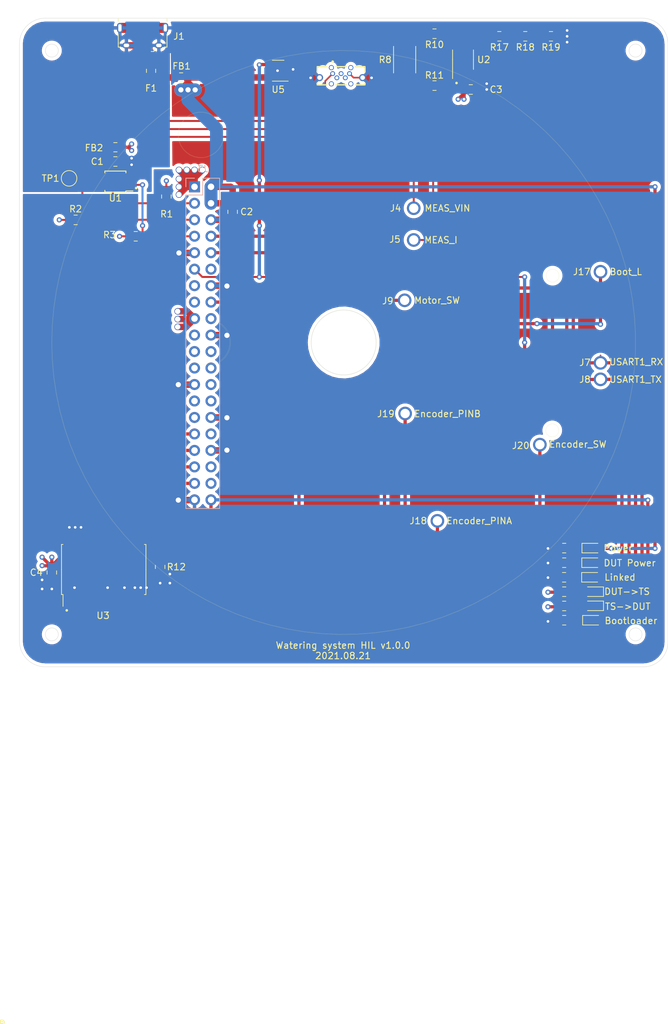
<source format=kicad_pcb>
(kicad_pcb (version 20171130) (host pcbnew "(5.1.10)-1")
  (layers (0 F.Cu signal) (1 GND.Cu power) (2 +3V3.Cu power) (31 B.Cu signal) (34 B.Paste user) (35 F.Paste user) (36 B.SilkS user) (37 F.SilkS user) (38 B.Mask user) (39 F.Mask user) (44 Edge.Cuts user))
  (net 0 "")
  (net 1 "Net-(C1-Pad2)")
  (net 2 GND)
  (net 3 +5V)
  (net 4 +3V3)
  (net 5 "Net-(D1-Pad1)")
  (net 6 "Net-(D1-Pad2)")
  (net 7 "Net-(D2-Pad1)")
  (net 8 "Net-(D4-Pad1)")
  (net 9 "Net-(F1-Pad1)")
  (net 10 "Net-(F1-Pad2)")
  (net 11 "Net-(J1-Pad2)")
  (net 12 "Net-(J1-Pad3)")
  (net 13 "Net-(J1-Pad4)")
  (net 14 ADC_I2C_SDA)
  (net 15 ADC_I2C_SCL)
  (net 16 ADC_STAT)
  (net 17 Encoder_PINA)
  (net 18 Encoder_PINB)
  (net 19 CTL_POWER)
  (net 20 CTL_BOOT)
  (net 21 Motor_SW)
  (net 22 Encoder_SW)
  (net 23 "Net-(J4-Pad1)")
  (net 24 "Net-(J5-Pad1)")
  (net 25 "Net-(J9-Pad1)")
  (net 26 "Net-(J17-Pad1)")
  (net 27 "Net-(J18-Pad1)")
  (net 28 "Net-(J19-Pad1)")
  (net 29 "Net-(J20-Pad1)")
  (net 30 "Net-(R10-Pad1)")
  (net 31 "Net-(R11-Pad1)")
  (net 32 "Net-(R17-Pad1)")
  (net 33 "Net-(R18-Pad1)")
  (net 34 DUT_CURR)
  (net 35 "Net-(U2-Pad3)")
  (net 36 "Net-(U2-Pad6)")
  (net 37 "Net-(U2-Pad7)")
  (net 38 "Net-(TP1-Pad1)")
  (net 39 "Net-(D2-Pad2)")
  (net 40 "Net-(J3-Pad38)")
  (net 41 "Net-(J3-Pad32)")
  (net 42 "Net-(J3-Pad28)")
  (net 43 "Net-(J3-Pad26)")
  (net 44 "Net-(J3-Pad24)")
  (net 45 "Net-(J3-Pad23)")
  (net 46 "Net-(J3-Pad21)")
  (net 47 "Net-(J3-Pad19)")
  (net 48 "Net-(J3-Pad15)")
  (net 49 "Net-(J3-Pad13)")
  (net 50 "Net-(J3-Pad36)")
  (net 51 "Net-(U3-Pad18)")
  (net 52 "Net-(J3-Pad18)")
  (net 53 "Net-(J3-Pad22)")
  (net 54 "Net-(J3-Pad29)")
  (net 55 "Net-(J3-Pad27)")
  (net 56 "Net-(U3-Pad14)")
  (net 57 "Net-(U3-Pad12)")
  (net 58 "Net-(D3-Pad1)")
  (net 59 "Net-(D3-Pad2)")
  (net 60 "Net-(D5-Pad1)")
  (net 61 "Net-(D6-Pad1)")
  (net 62 "Net-(J3-Pad12)")
  (net 63 "Net-(J2-Pad1)")
  (net 64 "Net-(J2-Pad2)")
  (net 65 "Net-(J2-Pad3)")
  (net 66 "Net-(J2-Pad4)")
  (net 67 "Net-(R10-Pad2)")
  (net 68 "Net-(U5-Pad3)")
  (module "WateringSystemHIL:P100-E2 Pogo Spring Test Probe Pin" (layer F.Cu) (at 189.6 89.1)
    (fp_text reference J17 (at -2.9 0) (layer F.SilkS))
    (fp_text value Boot_L (at 3.9 0) (layer F.SilkS))
    (pad 1 thru_hole circle (at 0 0) (size 2.1 2.1) (drill 1.45) (layers *.Cu *.Mask) (net 26 "Net-(J17-Pad1)"))
  )
  (module "WateringSystemHIL:P100-E2 Pogo Spring Test Probe Pin" (layer F.Cu) (at 189.6 103.14)
    (fp_text reference J7 (at -2.4 -0.04) (layer F.SilkS))
    (fp_text value USART1_RX (at 5.5 -0.14) (layer F.SilkS))
    (pad 1 thru_hole circle (at 0 0) (size 2.1 2.1) (drill 1.45) (layers *.Cu *.Mask) (net 5 "Net-(D1-Pad1)"))
  )
  (module "WateringSystemHIL:P100-E2 Pogo Spring Test Probe Pin" (layer F.Cu) (at 189.6 105.68)
    (fp_text reference J8 (at -2.4 0.02) (layer F.SilkS))
    (fp_text value USART1_TX (at 5.4 0.02) (layer F.SilkS))
    (pad 1 thru_hole circle (at 0 0) (size 2.1 2.1) (drill 1.45) (layers *.Cu *.Mask) (net 7 "Net-(D2-Pad1)"))
  )
  (module "WateringSystemHIL:P100-E2 Pogo Spring Test Probe Pin" (layer F.Cu) (at 180.25 115.75)
    (fp_text reference J20 (at -2.95 0.15) (layer F.SilkS))
    (fp_text value Encoder_SW (at 5.85 -0.05) (layer F.SilkS))
    (pad 1 thru_hole circle (at 0 0) (size 2.1 2.1) (drill 1.45) (layers *.Cu *.Mask) (net 29 "Net-(J20-Pad1)"))
  )
  (module "WateringSystemHIL:P100-E2 Pogo Spring Test Probe Pin" (layer F.Cu) (at 164.45 127.5)
    (fp_text reference J18 (at -2.95 0) (layer F.SilkS))
    (fp_text value Encoder_PINA (at 6.45 0) (layer F.SilkS))
    (pad 1 thru_hole circle (at 0 0) (size 2.1 2.1) (drill 1.45) (layers *.Cu *.Mask) (net 27 "Net-(J18-Pad1)"))
  )
  (module "WateringSystemHIL:P100-E2 Pogo Spring Test Probe Pin" (layer F.Cu) (at 159.475 110.95)
    (fp_text reference J19 (at -2.975 0.05) (layer F.SilkS))
    (fp_text value Encoder_PINB (at 6.525 0.05) (layer F.SilkS))
    (pad 1 thru_hole circle (at 0 0) (size 2.1 2.1) (drill 1.45) (layers *.Cu *.Mask) (net 28 "Net-(J19-Pad1)"))
  )
  (module "WateringSystemHIL:P100-E2 Pogo Spring Test Probe Pin" (layer F.Cu) (at 159.4 93.5)
    (fp_text reference J9 (at -2.6 0.1) (layer F.SilkS))
    (fp_text value Motor_SW (at 5 0) (layer F.SilkS))
    (pad 1 thru_hole circle (at 0 0) (size 2.1 2.1) (drill 1.45) (layers *.Cu *.Mask) (net 25 "Net-(J9-Pad1)"))
  )
  (module "WateringSystemHIL:P100-E2 Pogo Spring Test Probe Pin" (layer F.Cu) (at 160.8 84.2)
    (fp_text reference J5 (at -2.9 -0.1) (layer F.SilkS))
    (fp_text value MEAS_I (at 4.2 0) (layer F.SilkS))
    (pad 1 thru_hole circle (at 0 0) (size 2.1 2.1) (drill 1.45) (layers *.Cu *.Mask) (net 24 "Net-(J5-Pad1)"))
  )
  (module "WateringSystemHIL:P100-E2 Pogo Spring Test Probe Pin" (layer F.Cu) (at 160.8 79.3)
    (fp_text reference J4 (at -2.8 0) (layer F.SilkS))
    (fp_text value MEAS_VIN (at 5.2 0) (layer F.SilkS))
    (pad 1 thru_hole circle (at 0 0) (size 2.1 2.1) (drill 1.45) (layers *.Cu *.Mask) (net 23 "Net-(J4-Pad1)"))
  )
  (module Inductor_SMD:L_0805_2012Metric_Pad1.15x1.40mm_HandSolder (layer F.Cu) (at 124.94 59.14 180)
    (fp_text reference FB1 (at -0.06 1.74) (layer F.SilkS))
    (fp_text value Ferrite_Bead_Small)
    (pad 2 smd roundrect (at 1.025 0 180) (size 1.15 1.4) (layers F.Cu F.Paste F.Mask) (roundrect_rratio 0.2173904347826087) (net 10 "Net-(F1-Pad2)"))
    (pad 1 smd roundrect (at -1.025 0 180) (size 1.15 1.4) (layers F.Cu F.Paste F.Mask) (roundrect_rratio 0.2173904347826087) (net 3 +5V))
  )
  (module Capacitor_SMD:C_2512_6332Metric_Pad1.52x3.35mm_HandSolder (layer F.Cu) (at 159.4 56.4 90)
    (fp_text reference R8 (at 0 -3 -180) (layer F.SilkS))
    (fp_text value 10m)
    (pad 2 smd roundrect (at 2.9875 0 90) (size 1.525 3.35) (layers F.Cu F.Paste F.Mask) (roundrect_rratio 0.1639337704918033) (net 67 "Net-(R10-Pad2)"))
    (pad 1 smd roundrect (at -2.9875 0 90) (size 1.525 3.35) (layers F.Cu F.Paste F.Mask) (roundrect_rratio 0.1639337704918033) (net 63 "Net-(J2-Pad1)"))
  )
  (module TestPoint:TestPoint_Pad_D2.0mm (layer F.Cu) (at 107.66 74.7)
    (fp_text reference TP1 (at -2.86 0) (layer F.SilkS))
    (fp_text value TestPoint)
    (pad 1 smd circle (at 0 0) (size 2 2) (layers F.Cu F.Mask) (net 38 "Net-(TP1-Pad1)"))
  )
  (module Capacitor_SMD:C_0805_2012Metric_Pad1.18x1.45mm_HandSolder (layer F.Cu) (at 114.8 72.1 180)
    (fp_text reference C1 (at 2.8 0) (layer F.SilkS))
    (fp_text value 0.1u)
    (pad 2 smd roundrect (at 1.0375 0 180) (size 1.175 1.45) (layers F.Cu F.Paste F.Mask) (roundrect_rratio 0.2127659574468085) (net 1 "Net-(C1-Pad2)"))
    (pad 1 smd roundrect (at -1.0375 0 180) (size 1.175 1.45) (layers F.Cu F.Paste F.Mask) (roundrect_rratio 0.2127659574468085) (net 2 GND))
  )
  (module Capacitor_SMD:C_0805_2012Metric_Pad1.18x1.45mm_HandSolder (layer F.Cu) (at 132.88 79.86 90)
    (fp_text reference C2 (at 0.01 2.16 180) (layer F.SilkS))
    (fp_text value 10u)
    (pad 2 smd roundrect (at 1.0375 0 90) (size 1.175 1.45) (layers F.Cu F.Paste F.Mask) (roundrect_rratio 0.2127659574468085) (net 3 +5V))
    (pad 1 smd roundrect (at -1.0375 0 90) (size 1.175 1.45) (layers F.Cu F.Paste F.Mask) (roundrect_rratio 0.2127659574468085) (net 2 GND))
  )
  (module Capacitor_SMD:C_0805_2012Metric_Pad1.18x1.45mm_HandSolder (layer F.Cu) (at 169.6 61 180)
    (fp_text reference C3 (at -3.9 0) (layer F.SilkS))
    (fp_text value 0.1u)
    (pad 2 smd roundrect (at 1.0375 0 180) (size 1.175 1.45) (layers F.Cu F.Paste F.Mask) (roundrect_rratio 0.2127659574468085) (net 4 +3V3))
    (pad 1 smd roundrect (at -1.0375 0 180) (size 1.175 1.45) (layers F.Cu F.Paste F.Mask) (roundrect_rratio 0.2127659574468085) (net 2 GND))
  )
  (module Capacitor_SMD:C_0805_2012Metric_Pad1.18x1.45mm_HandSolder (layer F.Cu) (at 105 135.4625 90)
    (fp_text reference C4 (at 0 -2.4 180) (layer F.SilkS))
    (fp_text value 0.1u)
    (pad 2 smd roundrect (at 1.0375 0 90) (size 1.175 1.45) (layers F.Cu F.Paste F.Mask) (roundrect_rratio 0.2127659574468085) (net 4 +3V3))
    (pad 1 smd roundrect (at -1.0375 0 90) (size 1.175 1.45) (layers F.Cu F.Paste F.Mask) (roundrect_rratio 0.2127659574468085) (net 2 GND))
  )
  (module LED_SMD:LED_0603_1608Metric_Pad1.05x0.95mm_HandSolder (layer F.Cu) (at 188.4 140.6 180)
    (fp_text reference D1)
    (fp_text value LED_Small)
    (pad 2 smd roundrect (at 0.875 0 180) (size 1.05 0.95) (layers F.Cu F.Paste F.Mask) (net 6 "Net-(D1-Pad2)"))
    (pad 1 smd roundrect (at -0.875 0 180) (size 1.05 0.95) (layers F.Cu F.Paste F.Mask) (net 5 "Net-(D1-Pad1)"))
  )
  (module LED_SMD:LED_0603_1608Metric_Pad1.05x0.95mm_HandSolder (layer F.Cu) (at 188.4 138.42 180)
    (fp_text reference D2)
    (fp_text value LED_Small hide)
    (pad 2 smd roundrect (at 0.875 0 180) (size 1.05 0.95) (layers F.Cu F.Paste F.Mask) (net 39 "Net-(D2-Pad2)"))
    (pad 1 smd roundrect (at -0.875 0 180) (size 1.05 0.95) (layers F.Cu F.Paste F.Mask) (net 7 "Net-(D2-Pad1)"))
  )
  (module LED_SMD:LED_0603_1608Metric_Pad1.05x0.95mm_HandSolder (layer F.Cu) (at 188.5 142.82)
    (fp_text reference D4)
    (fp_text value LED_Small)
    (pad 2 smd roundrect (at 0.875 0) (size 1.05 0.95) (layers F.Cu F.Paste F.Mask) (net 20 CTL_BOOT))
    (pad 1 smd roundrect (at -0.875 0) (size 1.05 0.95) (layers F.Cu F.Paste F.Mask) (net 8 "Net-(D4-Pad1)"))
  )
  (module Fuse:Fuse_0805_2012Metric_Pad1.15x1.40mm_HandSolder (layer F.Cu) (at 120.3 58.12 270)
    (fp_text reference F1 (at 2.68 0 180) (layer F.SilkS))
    (fp_text value Fuse_Small)
    (pad 2 smd roundrect (at 1.025 0 270) (size 1.15 1.4) (layers F.Cu F.Paste F.Mask) (roundrect_rratio 0.2173904347826087) (net 10 "Net-(F1-Pad2)"))
    (pad 1 smd roundrect (at -1.025 0 270) (size 1.15 1.4) (layers F.Cu F.Paste F.Mask) (roundrect_rratio 0.2173904347826087) (net 9 "Net-(F1-Pad1)"))
  )
  (module Inductor_SMD:L_0805_2012Metric_Pad1.15x1.40mm_HandSolder (layer F.Cu) (at 114.8 69.9)
    (fp_text reference FB2 (at -3.3 0.1) (layer F.SilkS))
    (fp_text value Ferrite_Bead_Small)
    (pad 2 smd roundrect (at 1.025 0) (size 1.15 1.4) (layers F.Cu F.Paste F.Mask) (roundrect_rratio 0.2173904347826087) (net 4 +3V3))
    (pad 1 smd roundrect (at -1.025 0) (size 1.15 1.4) (layers F.Cu F.Paste F.Mask) (roundrect_rratio 0.2173904347826087) (net 1 "Net-(C1-Pad2)"))
  )
  (module Connector_USB:USB_Micro-B_Amphenol_10118194_Horizontal (layer F.Cu) (at 119 52.8 180)
    (fp_text reference J1 (at -5.6 0) (layer F.SilkS))
    (fp_text value USB_B_Micro_VBUS_Input)
    (pad 6 thru_hole oval (at 3.5 1.3 180) (size 0.89 1.55) (drill oval 0.5 1.15) (layers *.Cu *.Mask) (net 2 GND))
    (pad 6 thru_hole oval (at -3.5 1.3 180) (size 0.89 1.55) (drill oval 0.5 1.15) (layers *.Cu *.Mask) (net 2 GND))
    (pad 6 smd rect (at 2.9 1.3 180) (size 1.2 1.55) (layers F.Cu F.Paste F.Mask) (net 2 GND))
    (pad 6 smd rect (at -2.9 1.3 180) (size 1.2 1.55) (layers F.Cu F.Paste F.Mask) (net 2 GND))
    (pad 6 smd rect (at 1 1.3 180) (size 1.5 1.55) (layers F.Cu F.Paste F.Mask) (net 2 GND))
    (pad 6 smd rect (at -1 1.3 180) (size 1.5 1.55) (layers F.Cu F.Paste F.Mask) (net 2 GND))
    (pad 6 thru_hole oval (at 2.5 -1.4 180) (size 1.25 0.95) (drill oval 0.85 0.55) (layers *.Cu *.Mask) (net 2 GND))
    (pad 6 thru_hole oval (at -2.5 -1.4 180) (size 1.25 0.95) (drill oval 0.85 0.55) (layers *.Cu *.Mask) (net 2 GND))
    (pad 5 smd rect (at 1.3 -1.4 180) (size 0.4 1.35) (layers F.Cu F.Paste F.Mask) (net 2 GND))
    (pad 4 smd rect (at 0.65 -1.4 180) (size 0.4 1.35) (layers F.Cu F.Paste F.Mask) (net 13 "Net-(J1-Pad4)"))
    (pad 3 smd rect (at 0 -1.4 180) (size 0.4 1.35) (layers F.Cu F.Paste F.Mask) (net 12 "Net-(J1-Pad3)"))
    (pad 2 smd rect (at -0.65 -1.4 180) (size 0.4 1.35) (layers F.Cu F.Paste F.Mask) (net 11 "Net-(J1-Pad2)"))
    (pad 1 smd rect (at -1.3 -1.4 180) (size 0.4 1.35) (layers F.Cu F.Paste F.Mask) (net 9 "Net-(F1-Pad1)"))
  )
  (module Capacitor_SMD:C_0805_2012Metric_Pad1.18x1.45mm_HandSolder (layer F.Cu) (at 122.66 77.5025 270)
    (fp_text reference R1 (at 2.6975 -0.04 180) (layer F.SilkS))
    (fp_text value 10k)
    (pad 2 smd roundrect (at 1.0375 0 270) (size 1.175 1.45) (layers F.Cu F.Paste F.Mask) (roundrect_rratio 0.2127659574468085) (net 14 ADC_I2C_SDA))
    (pad 1 smd roundrect (at -1.0375 0 270) (size 1.175 1.45) (layers F.Cu F.Paste F.Mask) (roundrect_rratio 0.2127659574468085) (net 4 +3V3))
  )
  (module Capacitor_SMD:C_0805_2012Metric_Pad1.18x1.45mm_HandSolder (layer F.Cu) (at 108.67 81.1)
    (fp_text reference R2 (at 0 -1.68) (layer F.SilkS))
    (fp_text value 10k)
    (pad 2 smd roundrect (at 1.0375 0) (size 1.175 1.45) (layers F.Cu F.Paste F.Mask) (roundrect_rratio 0.2127659574468085) (net 15 ADC_I2C_SCL))
    (pad 1 smd roundrect (at -1.0375 0) (size 1.175 1.45) (layers F.Cu F.Paste F.Mask) (roundrect_rratio 0.2127659574468085) (net 4 +3V3))
  )
  (module Capacitor_SMD:C_0805_2012Metric_Pad1.18x1.45mm_HandSolder (layer F.Cu) (at 117.9375 83.63)
    (fp_text reference R3 (at -4.0375 -0.22) (layer F.SilkS))
    (fp_text value 10k)
    (pad 2 smd roundrect (at 1.0375 0) (size 1.175 1.45) (layers F.Cu F.Paste F.Mask) (roundrect_rratio 0.2127659574468085) (net 16 ADC_STAT))
    (pad 1 smd roundrect (at -1.0375 0) (size 1.175 1.45) (layers F.Cu F.Paste F.Mask) (roundrect_rratio 0.2127659574468085) (net 4 +3V3))
  )
  (module Capacitor_SMD:C_0805_2012Metric_Pad1.18x1.45mm_HandSolder (layer F.Cu) (at 184 140.62)
    (fp_text reference R4)
    (fp_text value 10k)
    (pad 2 smd roundrect (at 1.0375 0) (size 1.175 1.45) (layers F.Cu F.Paste F.Mask) (roundrect_rratio 0.2127659574468085) (net 6 "Net-(D1-Pad2)"))
    (pad 1 smd roundrect (at -1.0375 0) (size 1.175 1.45) (layers F.Cu F.Paste F.Mask) (roundrect_rratio 0.2127659574468085) (net 4 +3V3))
  )
  (module Capacitor_SMD:C_0805_2012Metric_Pad1.18x1.45mm_HandSolder (layer F.Cu) (at 184 138.42)
    (fp_text reference R5)
    (fp_text value 10k)
    (pad 2 smd roundrect (at 1.0375 0) (size 1.175 1.45) (layers F.Cu F.Paste F.Mask) (roundrect_rratio 0.2127659574468085) (net 39 "Net-(D2-Pad2)"))
    (pad 1 smd roundrect (at -1.0375 0) (size 1.175 1.45) (layers F.Cu F.Paste F.Mask) (roundrect_rratio 0.2127659574468085) (net 4 +3V3))
  )
  (module Capacitor_SMD:C_0805_2012Metric_Pad1.18x1.45mm_HandSolder (layer F.Cu) (at 164 52.4 180)
    (fp_text reference R10 (at 0 -1.68) (layer F.SilkS))
    (fp_text value 100)
    (pad 2 smd roundrect (at 1.0375 0 180) (size 1.175 1.45) (layers F.Cu F.Paste F.Mask) (roundrect_rratio 0.2127659574468085) (net 67 "Net-(R10-Pad2)"))
    (pad 1 smd roundrect (at -1.0375 0 180) (size 1.175 1.45) (layers F.Cu F.Paste F.Mask) (roundrect_rratio 0.2127659574468085) (net 30 "Net-(R10-Pad1)"))
  )
  (module Capacitor_SMD:C_0805_2012Metric_Pad1.18x1.45mm_HandSolder (layer F.Cu) (at 164 60.4 180)
    (fp_text reference R11 (at 0 1.6) (layer F.SilkS))
    (fp_text value 100)
    (pad 2 smd roundrect (at 1.0375 0 180) (size 1.175 1.45) (layers F.Cu F.Paste F.Mask) (roundrect_rratio 0.2127659574468085) (net 63 "Net-(J2-Pad1)"))
    (pad 1 smd roundrect (at -1.0375 0 180) (size 1.175 1.45) (layers F.Cu F.Paste F.Mask) (roundrect_rratio 0.2127659574468085) (net 31 "Net-(R11-Pad1)"))
  )
  (module Capacitor_SMD:C_0805_2012Metric_Pad1.18x1.45mm_HandSolder (layer F.Cu) (at 121.7 134.6 270)
    (fp_text reference R12 (at 0 -2.5 180) (layer F.SilkS))
    (fp_text value 10k)
    (pad 2 smd roundrect (at 1.0375 0 270) (size 1.175 1.45) (layers F.Cu F.Paste F.Mask) (roundrect_rratio 0.2127659574468085) (net 2 GND))
    (pad 1 smd roundrect (at -1.0375 0 270) (size 1.175 1.45) (layers F.Cu F.Paste F.Mask) (roundrect_rratio 0.2127659574468085) (net 25 "Net-(J9-Pad1)"))
  )
  (module Capacitor_SMD:C_0805_2012Metric_Pad1.18x1.45mm_HandSolder (layer F.Cu) (at 174 52.8 180)
    (fp_text reference R17 (at 0 -1.68) (layer F.SilkS))
    (fp_text value 10k)
    (pad 2 smd roundrect (at 1.0375 0 180) (size 1.175 1.45) (layers F.Cu F.Paste F.Mask) (roundrect_rratio 0.2127659574468085) (net 34 DUT_CURR))
    (pad 1 smd roundrect (at -1.0375 0 180) (size 1.175 1.45) (layers F.Cu F.Paste F.Mask) (roundrect_rratio 0.2127659574468085) (net 32 "Net-(R17-Pad1)"))
  )
  (module Capacitor_SMD:C_0805_2012Metric_Pad1.18x1.45mm_HandSolder (layer F.Cu) (at 178 52.8 180)
    (fp_text reference R18 (at 0 -1.68) (layer F.SilkS))
    (fp_text value 10k)
    (pad 2 smd roundrect (at 1.0375 0 180) (size 1.175 1.45) (layers F.Cu F.Paste F.Mask) (roundrect_rratio 0.2127659574468085) (net 32 "Net-(R17-Pad1)"))
    (pad 1 smd roundrect (at -1.0375 0 180) (size 1.175 1.45) (layers F.Cu F.Paste F.Mask) (roundrect_rratio 0.2127659574468085) (net 33 "Net-(R18-Pad1)"))
  )
  (module Capacitor_SMD:C_0805_2012Metric_Pad1.18x1.45mm_HandSolder (layer F.Cu) (at 181.9625 52.8 180)
    (fp_text reference R19 (at 0 -1.68) (layer F.SilkS))
    (fp_text value 10k)
    (pad 2 smd roundrect (at 1.0375 0 180) (size 1.175 1.45) (layers F.Cu F.Paste F.Mask) (roundrect_rratio 0.2127659574468085) (net 33 "Net-(R18-Pad1)"))
    (pad 1 smd roundrect (at -1.0375 0 180) (size 1.175 1.45) (layers F.Cu F.Paste F.Mask) (roundrect_rratio 0.2127659574468085) (net 2 GND))
  )
  (module Capacitor_SMD:C_0805_2012Metric_Pad1.18x1.45mm_HandSolder (layer F.Cu) (at 184 142.82 180)
    (fp_text reference R23)
    (fp_text value 10k)
    (pad 2 smd roundrect (at 1.0375 0 180) (size 1.175 1.45) (layers F.Cu F.Paste F.Mask) (roundrect_rratio 0.2127659574468085) (net 2 GND))
    (pad 1 smd roundrect (at -1.0375 0 180) (size 1.175 1.45) (layers F.Cu F.Paste F.Mask) (roundrect_rratio 0.2127659574468085) (net 8 "Net-(D4-Pad1)"))
  )
  (module Package_SO:TSSOP-10_3x3mm_P0.5mm (layer F.Cu) (at 114.8 75.2 180)
    (fp_text reference U1 (at 0 -2.55) (layer F.SilkS))
    (fp_text value ADS1015IDGS)
    (pad 10 smd rect (at 2.15 -1 180) (size 1.1 0.25) (layers F.Cu F.Paste F.Mask) (net 15 ADC_I2C_SCL))
    (pad 9 smd rect (at 2.15 -0.5 180) (size 1.1 0.25) (layers F.Cu F.Paste F.Mask) (net 14 ADC_I2C_SDA))
    (pad 8 smd rect (at 2.15 0 180) (size 1.1 0.25) (layers F.Cu F.Paste F.Mask) (net 1 "Net-(C1-Pad2)"))
    (pad 7 smd rect (at 2.15 0.5 180) (size 1.1 0.25) (layers F.Cu F.Paste F.Mask) (net 38 "Net-(TP1-Pad1)"))
    (pad 6 smd rect (at 2.15 1 180) (size 1.1 0.25) (layers F.Cu F.Paste F.Mask) (net 34 DUT_CURR))
    (pad 5 smd rect (at -2.15 1 180) (size 1.1 0.25) (layers F.Cu F.Paste F.Mask) (net 24 "Net-(J5-Pad1)"))
    (pad 4 smd rect (at -2.15 0.5 180) (size 1.1 0.25) (layers F.Cu F.Paste F.Mask) (net 23 "Net-(J4-Pad1)"))
    (pad 3 smd rect (at -2.15 0 180) (size 1.1 0.25) (layers F.Cu F.Paste F.Mask) (net 2 GND))
    (pad 2 smd rect (at -2.15 -0.5 180) (size 1.1 0.25) (layers F.Cu F.Paste F.Mask) (net 16 ADC_STAT))
    (pad 1 smd rect (at -2.15 -1 180) (size 1.1 0.25) (layers F.Cu F.Paste F.Mask) (net 2 GND))
  )
  (module Package_SO:MSOP-8_3x3mm_P0.65mm (layer F.Cu) (at 168.4 56.4 90)
    (fp_text reference U2 (at 0 3.2 180) (layer F.SilkS))
    (fp_text value LT6105CMS8-TRPBF)
    (pad 8 smd roundrect (at 2.1125 -0.975 90) (size 1.625 0.4) (layers F.Cu F.Paste F.Mask) (net 30 "Net-(R10-Pad1)"))
    (pad 7 smd roundrect (at 2.1125 -0.325 90) (size 1.625 0.4) (layers F.Cu F.Paste F.Mask) (net 37 "Net-(U2-Pad7)"))
    (pad 6 smd roundrect (at 2.1125 0.325 90) (size 1.625 0.4) (layers F.Cu F.Paste F.Mask) (net 36 "Net-(U2-Pad6)"))
    (pad 5 smd roundrect (at 2.1125 0.975 90) (size 1.625 0.4) (layers F.Cu F.Paste F.Mask) (net 34 DUT_CURR))
    (pad 4 smd roundrect (at -2.1125 0.975 90) (size 1.625 0.4) (layers F.Cu F.Paste F.Mask) (net 2 GND))
    (pad 3 smd roundrect (at -2.1125 0.325 90) (size 1.625 0.4) (layers F.Cu F.Paste F.Mask) (net 35 "Net-(U2-Pad3)"))
    (pad 2 smd roundrect (at -2.1125 -0.325 90) (size 1.625 0.4) (layers F.Cu F.Paste F.Mask) (net 4 +3V3))
    (pad 1 smd roundrect (at -2.1125 -0.975 90) (size 1.625 0.4) (layers F.Cu F.Paste F.Mask) (net 31 "Net-(R11-Pad1)"))
  )
  (module Package_SO:SOIC-20W_7.5x12.8mm_P1.27mm (layer F.Cu) (at 113 135 90)
    (fp_text reference U3 (at -7.1 -0.1 180) (layer F.SilkS))
    (fp_text value 74HC244)
    (pad 20 smd roundrect (at 4.65 -5.715 90) (size 2.05 0.6) (layers F.Cu F.Paste F.Mask) (net 4 +3V3))
    (pad 19 smd roundrect (at 4.65 -4.445 90) (size 2.05 0.6) (layers F.Cu F.Paste F.Mask) (net 2 GND))
    (pad 18 smd roundrect (at 4.65 -3.175 90) (size 2.05 0.6) (layers F.Cu F.Paste F.Mask) (net 51 "Net-(U3-Pad18)"))
    (pad 17 smd roundrect (at 4.65 -1.905 90) (size 2.05 0.6) (layers F.Cu F.Paste F.Mask) (net 22 Encoder_SW))
    (pad 16 smd roundrect (at 4.65 -0.635 90) (size 2.05 0.6) (layers F.Cu F.Paste F.Mask) (net 21 Motor_SW))
    (pad 15 smd roundrect (at 4.65 0.635 90) (size 2.05 0.6) (layers F.Cu F.Paste F.Mask) (net 17 Encoder_PINA))
    (pad 14 smd roundrect (at 4.65 1.905 90) (size 2.05 0.6) (layers F.Cu F.Paste F.Mask) (net 56 "Net-(U3-Pad14)"))
    (pad 13 smd roundrect (at 4.65 3.175 90) (size 2.05 0.6) (layers F.Cu F.Paste F.Mask) (net 18 Encoder_PINB))
    (pad 12 smd roundrect (at 4.65 4.445 90) (size 2.05 0.6) (layers F.Cu F.Paste F.Mask) (net 57 "Net-(U3-Pad12)"))
    (pad 11 smd roundrect (at 4.65 5.715 90) (size 2.05 0.6) (layers F.Cu F.Paste F.Mask) (net 20 CTL_BOOT))
    (pad 10 smd roundrect (at -4.65 5.715 90) (size 2.05 0.6) (layers F.Cu F.Paste F.Mask) (net 2 GND))
    (pad 9 smd roundrect (at -4.65 4.445 90) (size 2.05 0.6) (layers F.Cu F.Paste F.Mask) (net 26 "Net-(J17-Pad1)"))
    (pad 8 smd roundrect (at -4.65 3.175 90) (size 2.05 0.6) (layers F.Cu F.Paste F.Mask) (net 2 GND))
    (pad 7 smd roundrect (at -4.65 1.905 90) (size 2.05 0.6) (layers F.Cu F.Paste F.Mask) (net 28 "Net-(J19-Pad1)"))
    (pad 6 smd roundrect (at -4.65 0.635 90) (size 2.05 0.6) (layers F.Cu F.Paste F.Mask) (net 2 GND))
    (pad 5 smd roundrect (at -4.65 -0.635 90) (size 2.05 0.6) (layers F.Cu F.Paste F.Mask) (net 27 "Net-(J18-Pad1)"))
    (pad 4 smd roundrect (at -4.65 -1.905 90) (size 2.05 0.6) (layers F.Cu F.Paste F.Mask) (net 25 "Net-(J9-Pad1)"))
    (pad 3 smd roundrect (at -4.65 -3.175 90) (size 2.05 0.6) (layers F.Cu F.Paste F.Mask) (net 29 "Net-(J20-Pad1)"))
    (pad 2 smd roundrect (at -4.65 -4.445 90) (size 2.05 0.6) (layers F.Cu F.Paste F.Mask) (net 2 GND))
    (pad 1 smd roundrect (at -4.65 -5.715 90) (size 2.05 0.6) (layers F.Cu F.Paste F.Mask) (net 2 GND))
  )
  (module LED_SMD:LED_0603_1608Metric_Pad1.05x0.95mm_HandSolder (layer F.Cu) (at 188.35 136.2)
    (fp_text reference D3)
    (fp_text value LED_Small)
    (pad 1 smd roundrect (at -0.875 0) (size 1.05 0.95) (layers F.Cu F.Paste F.Mask) (net 58 "Net-(D3-Pad1)"))
    (pad 2 smd roundrect (at 0.875 0) (size 1.05 0.95) (layers F.Cu F.Paste F.Mask) (net 59 "Net-(D3-Pad2)"))
  )
  (module Capacitor_SMD:C_0805_2012Metric_Pad1.18x1.45mm_HandSolder (layer F.Cu) (at 183.9875 136.2 180)
    (fp_text reference R9)
    (fp_text value 10k)
    (pad 1 smd roundrect (at -1.0375 0 180) (size 1.175 1.45) (layers F.Cu F.Paste F.Mask) (roundrect_rratio 0.2127659574468085) (net 58 "Net-(D3-Pad1)"))
    (pad 2 smd roundrect (at 1.0375 0 180) (size 1.175 1.45) (layers F.Cu F.Paste F.Mask) (roundrect_rratio 0.2127659574468085) (net 2 GND))
  )
  (module LED_SMD:LED_0603_1608Metric_Pad1.05x0.95mm_HandSolder (layer F.Cu) (at 188.4 131.7)
    (fp_text reference D5)
    (fp_text value LED_Small)
    (pad 1 smd roundrect (at -0.875 0) (size 1.05 0.95) (layers F.Cu F.Paste F.Mask) (net 60 "Net-(D5-Pad1)"))
    (pad 2 smd roundrect (at 0.875 0) (size 1.05 0.95) (layers F.Cu F.Paste F.Mask) (net 3 +5V))
  )
  (module LED_SMD:LED_0603_1608Metric_Pad1.05x0.95mm_HandSolder (layer F.Cu) (at 188.375 133.95)
    (fp_text reference D6)
    (fp_text value LED_Small)
    (pad 2 smd roundrect (at 0.875 0) (size 1.05 0.95) (layers F.Cu F.Paste F.Mask) (net 19 CTL_POWER))
    (pad 1 smd roundrect (at -0.875 0) (size 1.05 0.95) (layers F.Cu F.Paste F.Mask) (net 61 "Net-(D6-Pad1)"))
  )
  (module Capacitor_SMD:C_0805_2012Metric_Pad1.18x1.45mm_HandSolder (layer F.Cu) (at 184 131.7 180)
    (fp_text reference R13)
    (fp_text value 10k)
    (pad 1 smd roundrect (at -1.0375 0 180) (size 1.175 1.45) (layers F.Cu F.Paste F.Mask) (roundrect_rratio 0.212766) (net 60 "Net-(D5-Pad1)"))
    (pad 2 smd roundrect (at 1.0375 0 180) (size 1.175 1.45) (layers F.Cu F.Paste F.Mask) (roundrect_rratio 0.212766) (net 2 GND))
  )
  (module Capacitor_SMD:C_0805_2012Metric_Pad1.18x1.45mm_HandSolder (layer F.Cu) (at 184 133.95 180)
    (fp_text reference R14)
    (fp_text value 10k)
    (pad 2 smd roundrect (at 1.0375 0 180) (size 1.175 1.45) (layers F.Cu F.Paste F.Mask) (roundrect_rratio 0.212766) (net 2 GND))
    (pad 1 smd roundrect (at -1.0375 0 180) (size 1.175 1.45) (layers F.Cu F.Paste F.Mask) (roundrect_rratio 0.212766) (net 61 "Net-(D6-Pad1)"))
  )
  (module WateringSystemHIL:GCT_USB3150-30-130-A (layer F.Cu) (at 149.6 59.2)
    (fp_text reference J2)
    (fp_text value USB_B_Micro)
    (pad 1 thru_hole circle (at -1.3 -0.65) (size 0.75 0.75) (drill 0.45) (layers *.Cu *.Mask) (net 63 "Net-(J2-Pad1)"))
    (pad 2 thru_hole circle (at -0.65 0) (size 0.75 0.75) (drill 0.45) (layers *.Cu *.Mask) (net 64 "Net-(J2-Pad2)"))
    (pad 3 thru_hole circle (at 0 -0.65) (size 0.75 0.75) (drill 0.45) (layers *.Cu *.Mask) (net 65 "Net-(J2-Pad3)"))
    (pad 4 thru_hole circle (at 0.65 0) (size 0.75 0.75) (drill 0.45) (layers *.Cu *.Mask) (net 66 "Net-(J2-Pad4)"))
    (pad 5 thru_hole circle (at 1.3 -0.65) (size 0.75 0.75) (drill 0.45) (layers *.Cu *.Mask) (net 2 GND))
    (pad S3 thru_hole circle (at -1.5 0.93) (size 0.79 0.79) (drill 0.55) (layers *.Cu *.Mask))
    (pad S4 thru_hole circle (at 1.5 0.93) (size 0.79 0.79) (drill 0.55) (layers *.Cu *.Mask))
    (pad S2 thru_hole circle (at 1.5 -1.57) (size 0.79 0.79) (drill 0.55) (layers *.Cu *.Mask))
    (pad S1 thru_hole circle (at -1.5 -1.57) (size 0.79 0.79) (drill 0.55) (layers *.Cu *.Mask))
    (pad 6 thru_hole circle (at -3.325 -0.03) (size 1.1 1.1) (drill 0.7) (layers *.Cu *.Mask) (net 2 GND))
    (pad 6 thru_hole circle (at 3.325 -0.03) (size 1.1 1.1) (drill 0.7) (layers *.Cu *.Mask) (net 2 GND))
    (pad None np_thru_hole circle (at -2.8 -1.07) (size 0.8 0.8) (drill 0.8) (layers *.Cu *.Mask))
    (pad None np_thru_hole circle (at 2.8 -1.07) (size 0.8 0.8) (drill 0.8) (layers *.Cu *.Mask))
  )
  (module Connector_PinSocket_2.54mm:PinSocket_2x20_P2.54mm_Vertical (layer B.Cu) (at 127 76 180)
    (fp_text reference J3 (at -1.27 2.77) (layer B.SilkS) (effects (justify mirror)))
    (fp_text value "Raspberry Pi Zero WH")
    (pad 1 thru_hole rect (at 0 0 180) (size 1.7 1.7) (drill 1) (layers *.Cu *.Mask) (net 4 +3V3))
    (pad 2 thru_hole oval (at -2.54 0 180) (size 1.7 1.7) (drill 1) (layers *.Cu *.Mask) (net 3 +5V))
    (pad 3 thru_hole oval (at 0 -2.54 180) (size 1.7 1.7) (drill 1) (layers *.Cu *.Mask) (net 14 ADC_I2C_SDA))
    (pad 4 thru_hole oval (at -2.54 -2.54 180) (size 1.7 1.7) (drill 1) (layers *.Cu *.Mask) (net 3 +5V))
    (pad 5 thru_hole oval (at 0 -5.08 180) (size 1.7 1.7) (drill 1) (layers *.Cu *.Mask) (net 15 ADC_I2C_SCL))
    (pad 6 thru_hole oval (at -2.54 -5.08 180) (size 1.7 1.7) (drill 1) (layers *.Cu *.Mask) (net 2 GND))
    (pad 7 thru_hole oval (at 0 -7.62 180) (size 1.7 1.7) (drill 1) (layers *.Cu *.Mask) (net 16 ADC_STAT))
    (pad 8 thru_hole oval (at -2.54 -7.62 180) (size 1.7 1.7) (drill 1) (layers *.Cu *.Mask) (net 5 "Net-(D1-Pad1)"))
    (pad 9 thru_hole oval (at 0 -10.16 180) (size 1.7 1.7) (drill 1) (layers *.Cu *.Mask) (net 2 GND))
    (pad 10 thru_hole oval (at -2.54 -10.16 180) (size 1.7 1.7) (drill 1) (layers *.Cu *.Mask) (net 7 "Net-(D2-Pad1)"))
    (pad 11 thru_hole oval (at 0 -12.7 180) (size 1.7 1.7) (drill 1) (layers *.Cu *.Mask) (net 19 CTL_POWER))
    (pad 12 thru_hole oval (at -2.54 -12.7 180) (size 1.7 1.7) (drill 1) (layers *.Cu *.Mask) (net 62 "Net-(J3-Pad12)"))
    (pad 13 thru_hole oval (at 0 -15.24 180) (size 1.7 1.7) (drill 1) (layers *.Cu *.Mask) (net 49 "Net-(J3-Pad13)"))
    (pad 14 thru_hole oval (at -2.54 -15.24 180) (size 1.7 1.7) (drill 1) (layers *.Cu *.Mask) (net 2 GND))
    (pad 15 thru_hole oval (at 0 -17.78 180) (size 1.7 1.7) (drill 1) (layers *.Cu *.Mask) (net 48 "Net-(J3-Pad15)"))
    (pad 16 thru_hole oval (at -2.54 -17.78 180) (size 1.7 1.7) (drill 1) (layers *.Cu *.Mask) (net 59 "Net-(D3-Pad2)"))
    (pad 17 thru_hole oval (at 0 -20.32 180) (size 1.7 1.7) (drill 1) (layers *.Cu *.Mask) (net 4 +3V3))
    (pad 18 thru_hole oval (at -2.54 -20.32 180) (size 1.7 1.7) (drill 1) (layers *.Cu *.Mask) (net 52 "Net-(J3-Pad18)"))
    (pad 19 thru_hole oval (at 0 -22.86 180) (size 1.7 1.7) (drill 1) (layers *.Cu *.Mask) (net 47 "Net-(J3-Pad19)"))
    (pad 20 thru_hole oval (at -2.54 -22.86 180) (size 1.7 1.7) (drill 1) (layers *.Cu *.Mask) (net 2 GND))
    (pad 21 thru_hole oval (at 0 -25.4 180) (size 1.7 1.7) (drill 1) (layers *.Cu *.Mask) (net 46 "Net-(J3-Pad21)"))
    (pad 22 thru_hole oval (at -2.54 -25.4 180) (size 1.7 1.7) (drill 1) (layers *.Cu *.Mask) (net 53 "Net-(J3-Pad22)"))
    (pad 23 thru_hole oval (at 0 -27.94 180) (size 1.7 1.7) (drill 1) (layers *.Cu *.Mask) (net 45 "Net-(J3-Pad23)"))
    (pad 24 thru_hole oval (at -2.54 -27.94 180) (size 1.7 1.7) (drill 1) (layers *.Cu *.Mask) (net 44 "Net-(J3-Pad24)"))
    (pad 25 thru_hole oval (at 0 -30.48 180) (size 1.7 1.7) (drill 1) (layers *.Cu *.Mask) (net 2 GND))
    (pad 26 thru_hole oval (at -2.54 -30.48 180) (size 1.7 1.7) (drill 1) (layers *.Cu *.Mask) (net 43 "Net-(J3-Pad26)"))
    (pad 27 thru_hole oval (at 0 -33.02 180) (size 1.7 1.7) (drill 1) (layers *.Cu *.Mask) (net 55 "Net-(J3-Pad27)"))
    (pad 28 thru_hole oval (at -2.54 -33.02 180) (size 1.7 1.7) (drill 1) (layers *.Cu *.Mask) (net 42 "Net-(J3-Pad28)"))
    (pad 29 thru_hole oval (at 0 -35.56 180) (size 1.7 1.7) (drill 1) (layers *.Cu *.Mask) (net 54 "Net-(J3-Pad29)"))
    (pad 30 thru_hole oval (at -2.54 -35.56 180) (size 1.7 1.7) (drill 1) (layers *.Cu *.Mask) (net 2 GND))
    (pad 31 thru_hole oval (at 0 -38.1 180) (size 1.7 1.7) (drill 1) (layers *.Cu *.Mask) (net 22 Encoder_SW))
    (pad 32 thru_hole oval (at -2.54 -38.1 180) (size 1.7 1.7) (drill 1) (layers *.Cu *.Mask) (net 41 "Net-(J3-Pad32)"))
    (pad 33 thru_hole oval (at 0 -40.64 180) (size 1.7 1.7) (drill 1) (layers *.Cu *.Mask) (net 21 Motor_SW))
    (pad 34 thru_hole oval (at -2.54 -40.64 180) (size 1.7 1.7) (drill 1) (layers *.Cu *.Mask) (net 2 GND))
    (pad 35 thru_hole oval (at 0 -43.18 180) (size 1.7 1.7) (drill 1) (layers *.Cu *.Mask) (net 17 Encoder_PINA))
    (pad 36 thru_hole oval (at -2.54 -43.18 180) (size 1.7 1.7) (drill 1) (layers *.Cu *.Mask) (net 50 "Net-(J3-Pad36)"))
    (pad 37 thru_hole oval (at 0 -45.72 180) (size 1.7 1.7) (drill 1) (layers *.Cu *.Mask) (net 18 Encoder_PINB))
    (pad 38 thru_hole oval (at -2.54 -45.72 180) (size 1.7 1.7) (drill 1) (layers *.Cu *.Mask) (net 40 "Net-(J3-Pad38)"))
    (pad 39 thru_hole oval (at 0 -48.26 180) (size 1.7 1.7) (drill 1) (layers *.Cu *.Mask) (net 2 GND))
    (pad 40 thru_hole oval (at -2.54 -48.26 180) (size 1.7 1.7) (drill 1) (layers *.Cu *.Mask) (net 20 CTL_BOOT))
  )
  (module Package_TO_SOT_SMD:SOT-23-5 (layer F.Cu) (at 139.9 58.1 180)
    (fp_text reference U5 (at 0 -2.9) (layer F.SilkS))
    (fp_text value AP2151W)
    (pad 1 smd rect (at -1.1 -0.95 180) (size 1.06 0.65) (layers F.Cu F.Paste F.Mask) (net 67 "Net-(R10-Pad2)"))
    (pad 2 smd rect (at -1.1 0 180) (size 1.06 0.65) (layers F.Cu F.Paste F.Mask) (net 2 GND))
    (pad 3 smd rect (at -1.1 0.95 180) (size 1.06 0.65) (layers F.Cu F.Paste F.Mask) (net 68 "Net-(U5-Pad3)"))
    (pad 4 smd rect (at 1.1 0.95 180) (size 1.06 0.65) (layers F.Cu F.Paste F.Mask) (net 19 CTL_POWER))
    (pad 5 smd rect (at 1.1 -0.95 180) (size 1.06 0.65) (layers F.Cu F.Paste F.Mask) (net 3 +5V))
  )
  (gr_circle (center 118 76.2) (end 118.1 76.2) (layer F.SilkS) (width 0.2))
  (gr_circle (center 167.4 60) (end 167.5 60) (layer F.SilkS) (width 0.2))
  (gr_circle (center 97.3 204.8) (end 97.441421 204.8) (layer F.SilkS) (width 0.3))
  (gr_circle (center 107.3 141.3) (end 107.4 141.3) (layer F.SilkS) (width 0.2))
  (gr_text "DUT Power" (at 194.1 134) (layer F.SilkS) (effects (font (size 1 1))))
  (gr_text Power (at 192.3 131.7) (layer F.SilkS) (effects (font (size 1 1))))
  (gr_text Linked (at 192.6 136.2) (layer F.SilkS) (effects (font (size 1 1))))
  (gr_circle (center 105 55) (end 106 55) (layer Edge.Cuts) (width 0.05))
  (gr_circle (center 195 55) (end 196 55) (layer Edge.Cuts) (width 0.05))
  (gr_circle (center 195 145) (end 196 145) (layer Edge.Cuts) (width 0.05))
  (gr_circle (center 105 145) (end 106 145) (layer Edge.Cuts) (width 0.05))
  (gr_circle (center 150 100) (end 155 100) (layer Edge.Cuts) (width 0.05))
  (gr_text "Watering system HIL v1.0.0\n2021.08.21" (at 149.9 147.5) (layer F.SilkS) (effects (font (size 1 1))))
  (gr_text Bootloader (at 194.3 142.9) (layer F.SilkS) (effects (font (size 1 1))))
  (gr_text TS->DUT (at 193.8 140.7) (layer F.SilkS) (effects (font (size 1 1))))
  (gr_text DUT->TS (at 193.7 138.4) (layer F.SilkS) (effects (font (size 1 1))))
  (gr_line (start 200 54) (end 200 146.2) (layer Edge.Cuts) (width 0.05))
  (gr_line (start 104 50) (end 196 50) (layer Edge.Cuts) (width 0.05))
  (gr_line (start 100 146) (end 100 54) (layer Edge.Cuts) (width 0.05))
  (gr_line (start 196.2 150) (end 104 150) (layer Edge.Cuts) (width 0.05))
  (gr_arc (start 104 54) (end 104 50) (angle -90) (layer Edge.Cuts) (width 0.05))
  (gr_arc (start 104 146) (end 100 146) (angle -90) (layer Edge.Cuts) (width 0.05))
  (gr_arc (start 196.2 146.2) (end 196.2 150) (angle -90) (layer Edge.Cuts) (width 0.05))
  (gr_arc (start 196 54) (end 200 54) (angle -90) (layer Edge.Cuts) (width 0.05))
  (gr_line (start 105.2772 94.6219) (end 105.6789 91.9569) (layer F.SilkS) (width 0.01))
  (gr_line (start 110.019 79.2504) (end 111.331 76.8965) (layer F.SilkS) (width 0.01))
  (gr_line (start 107.8273 84.1723) (end 108.8493 81.6785) (layer F.SilkS) (width 0.01))
  (gr_line (start 105.6789 91.9569) (end 106.2392 89.3207) (layer F.SilkS) (width 0.01))
  (gr_line (start 108.8493 81.6785) (end 110.019 79.2504) (layer F.SilkS) (width 0.01))
  (gr_line (start 112.782 74.6252) (end 114.366 72.4449) (layer F.SilkS) (width 0.01))
  (gr_line (start 106.9562 86.7228) (end 107.8273 84.1723) (layer F.SilkS) (width 0.01))
  (gr_line (start 111.331 76.8965) (end 112.782 74.6252) (layer F.SilkS) (width 0.01))
  (gr_line (start 106.2392 89.3207) (end 106.9562 86.7228) (layer F.SilkS) (width 0.01))
  (gr_line (start 105.7478 108.031) (end 106.3072 110.663) (layer F.SilkS) (width 0.01))
  (gr_line (start 117.911 131.612) (end 116.078 129.637) (layer F.SilkS) (width 0.01))
  (gr_line (start 105.0356 102.6939) (end 104.955 100) (layer F.SilkS) (width 0.01))
  (gr_line (start 121.915 135.218) (end 119.859 133.475) (layer F.SilkS) (width 0.01))
  (gr_line (start 124.112 136.777) (end 126.357 138.259) (layer F.SilkS) (width 0.01))
  (gr_line (start 152.021 145) (end 149.326 145.04) (layer F.SilkS) (width 0.01))
  (gr_line (start 133.569 141.866) (end 136.102 142.774) (layer F.SilkS) (width 0.01))
  (gr_line (start 131.094 140.808) (end 133.569 141.866) (layer F.SilkS) (width 0.01))
  (gr_line (start 128.687999 139.605) (end 131.094 140.808) (layer F.SilkS) (width 0.01))
  (gr_line (start 105.3467 105.37) (end 105.7478 108.031) (layer F.SilkS) (width 0.01))
  (gr_line (start 105.0356 97.3061) (end 105.2772 94.6219) (layer F.SilkS) (width 0.01))
  (gr_line (start 106.2392 110.679) (end 105.6789 108.043) (layer F.SilkS) (width 0.01))
  (gr_line (start 106.9562 113.277) (end 106.2392 110.679) (layer F.SilkS) (width 0.01))
  (gr_line (start 111.331 123.104) (end 110.019 120.75) (layer F.SilkS) (width 0.01))
  (gr_line (start 117.961 131.562999) (end 119.906 133.423) (layer F.SilkS) (width 0.01))
  (gr_line (start 108.8493 118.321) (end 107.8273 115.828) (layer F.SilkS) (width 0.01))
  (gr_line (start 116.131 129.591) (end 117.961 131.562999) (layer F.SilkS) (width 0.01))
  (gr_line (start 121.959 135.163) (end 124.112 136.777) (layer F.SilkS) (width 0.01))
  (gr_line (start 126.357 138.259) (end 128.687999 139.605) (layer F.SilkS) (width 0.01))
  (gr_line (start 110.081 120.717) (end 111.391 123.068) (layer F.SilkS) (width 0.01))
  (gr_line (start 116.078 129.637) (end 114.366 127.555) (layer F.SilkS) (width 0.01))
  (gr_line (start 119.859 133.475) (end 117.911 131.612) (layer F.SilkS) (width 0.01))
  (gr_line (start 124.071 136.834) (end 121.915 135.218) (layer F.SilkS) (width 0.01))
  (gr_line (start 126.321 138.319) (end 124.071 136.834) (layer F.SilkS) (width 0.01))
  (gr_line (start 110.019 120.75) (end 108.8493 118.321) (layer F.SilkS) (width 0.01))
  (gr_line (start 112.782 125.375) (end 111.331 123.104) (layer F.SilkS) (width 0.01))
  (gr_line (start 107.0231 113.257) (end 107.8928 115.803) (layer F.SilkS) (width 0.01))
  (gr_line (start 114.422 127.512) (end 116.131 129.591) (layer F.SilkS) (width 0.01))
  (gr_line (start 141.308 144.127) (end 143.963 144.568) (layer F.SilkS) (width 0.01))
  (gr_line (start 111.391 123.068) (end 112.84 125.335) (layer F.SilkS) (width 0.01))
  (gr_line (start 107.8273 115.828) (end 106.9562 113.277) (layer F.SilkS) (width 0.01))
  (gr_line (start 131.065 140.872) (end 128.655 139.666) (layer F.SilkS) (width 0.01))
  (gr_line (start 105.6789 108.043) (end 105.2772 105.378) (layer F.SilkS) (width 0.01))
  (gr_line (start 133.543 141.931) (end 131.065 140.872) (layer F.SilkS) (width 0.01))
  (gr_line (start 128.655 139.666) (end 126.321 138.319) (layer F.SilkS) (width 0.01))
  (gr_line (start 136.079999 142.84) (end 133.543 141.931) (layer F.SilkS) (width 0.01))
  (gr_line (start 108.9133 118.293) (end 110.081 120.717) (layer F.SilkS) (width 0.01))
  (gr_line (start 107.8928 115.803) (end 108.9133 118.293) (layer F.SilkS) (width 0.01))
  (gr_line (start 114.366 127.555) (end 112.782 125.375) (layer F.SilkS) (width 0.01))
  (gr_line (start 112.84 125.335) (end 114.422 127.512) (layer F.SilkS) (width 0.01))
  (gr_line (start 136.102 142.774) (end 138.685 143.528) (layer F.SilkS) (width 0.01))
  (gr_line (start 138.667 143.596) (end 136.079999 142.84) (layer F.SilkS) (width 0.01))
  (gr_line (start 104.955 100) (end 105.0356 97.3061) (layer F.SilkS) (width 0.01))
  (gr_line (start 119.906 133.423) (end 121.959 135.163) (layer F.SilkS) (width 0.01))
  (gr_line (start 106.3072 110.663) (end 107.0231 113.257) (layer F.SilkS) (width 0.01))
  (gr_line (start 105.2772 105.378) (end 105.0356 102.6939) (layer F.SilkS) (width 0.01))
  (gr_line (start 141.295 144.196) (end 138.667 143.596) (layer F.SilkS) (width 0.01))
  (gr_line (start 143.953 144.637) (end 141.295 144.196) (layer F.SilkS) (width 0.01))
  (gr_line (start 146.634 144.919) (end 143.953 144.637) (layer F.SilkS) (width 0.01))
  (gr_line (start 149.326 145.04) (end 146.634 144.919) (layer F.SilkS) (width 0.01))
  (gr_line (start 138.685 143.528) (end 141.308 144.127) (layer F.SilkS) (width 0.01))
  (gr_line (start 143.963 144.568) (end 146.639 144.849) (layer F.SilkS) (width 0.01))
  (gr_line (start 126.357 61.7407) (end 124.112 63.2231) (layer F.SilkS) (width 0.01))
  (gr_line (start 128.687999 60.3952) (end 126.357 61.7407) (layer F.SilkS) (width 0.01))
  (gr_line (start 143.963 55.432) (end 141.308 55.8729) (layer F.SilkS) (width 0.01))
  (gr_line (start 136.102 57.2262) (end 133.569 58.134) (layer F.SilkS) (width 0.01))
  (gr_line (start 116.131 70.4092) (end 114.422 72.4877) (layer F.SilkS) (width 0.01))
  (gr_line (start 146.639 55.1508) (end 143.963 55.432) (layer F.SilkS) (width 0.01))
  (gr_line (start 131.094 59.1915) (end 128.687999 60.3952) (layer F.SilkS) (width 0.01))
  (gr_line (start 157.368 55.6326) (end 154.701 55.2714) (layer F.SilkS) (width 0.01))
  (gr_line (start 160.008 56.1526) (end 157.368 55.6326) (layer F.SilkS) (width 0.01))
  (gr_line (start 141.308 55.8729) (end 138.685 56.4716) (layer F.SilkS) (width 0.01))
  (gr_line (start 162.612 56.8296) (end 160.008 56.1526) (layer F.SilkS) (width 0.01))
  (gr_line (start 165.171 57.6611) (end 162.612 56.8296) (layer F.SilkS) (width 0.01))
  (gr_line (start 167.676 58.6442) (end 165.171 57.6611) (layer F.SilkS) (width 0.01))
  (gr_line (start 107.8928 84.1969) (end 107.0231 86.7434) (layer F.SilkS) (width 0.01))
  (gr_line (start 138.685 56.4716) (end 136.102 57.2262) (layer F.SilkS) (width 0.01))
  (gr_line (start 110.081 79.2826) (end 108.9133 81.707) (layer F.SilkS) (width 0.01))
  (gr_line (start 149.327 55.03) (end 146.639 55.1508) (layer F.SilkS) (width 0.01))
  (gr_line (start 112.84 74.6647) (end 111.391 76.9324) (layer F.SilkS) (width 0.01))
  (gr_line (start 152.018 55.0703) (end 149.327 55.03) (layer F.SilkS) (width 0.01))
  (gr_line (start 105.3467 94.6302) (end 105.1055 97.3103) (layer F.SilkS) (width 0.01))
  (gr_line (start 154.701 55.2714) (end 152.018 55.0703) (layer F.SilkS) (width 0.01))
  (gr_line (start 121.959 64.837099) (end 119.906 66.5771) (layer F.SilkS) (width 0.01))
  (gr_line (start 108.9133 81.707) (end 107.8928 84.1969) (layer F.SilkS) (width 0.01))
  (gr_line (start 117.961 68.4366) (end 116.131 70.4092) (layer F.SilkS) (width 0.01))
  (gr_line (start 105.7478 91.9694) (end 105.3467 94.6302) (layer F.SilkS) (width 0.01))
  (gr_line (start 111.391 76.9324) (end 110.081 79.2826) (layer F.SilkS) (width 0.01))
  (gr_line (start 107.0231 86.7434) (end 106.3072 89.3373) (layer F.SilkS) (width 0.01))
  (gr_line (start 119.906 66.5771) (end 117.961 68.4366) (layer F.SilkS) (width 0.01))
  (gr_line (start 133.569 58.134) (end 131.094 59.1915) (layer F.SilkS) (width 0.01))
  (gr_line (start 106.3072 89.3373) (end 105.7478 91.9694) (layer F.SilkS) (width 0.01))
  (gr_line (start 114.422 72.4877) (end 112.84 74.6647) (layer F.SilkS) (width 0.01))
  (gr_line (start 124.112 63.2231) (end 121.959 64.837099) (layer F.SilkS) (width 0.01))
  (gr_line (start 174.777 62.4651) (end 172.487 61.0505) (layer F.SilkS) (width 0.01))
  (gr_line (start 172.487 61.0505) (end 170.118 59.7754) (layer F.SilkS) (width 0.01))
  (gr_line (start 181.081 67.4923) (end 179.081 65.6917) (layer F.SilkS) (width 0.01))
  (gr_line (start 184.739 71.4357) (end 182.969 69.4092) (layer F.SilkS) (width 0.01))
  (gr_line (start 182.969 69.4092) (end 181.081 67.4923) (layer F.SilkS) (width 0.01))
  (gr_line (start 189.282 78.0977) (end 187.901 75.7877) (layer F.SilkS) (width 0.01))
  (gr_line (start 179.081 65.6917) (end 176.977 64.014) (layer F.SilkS) (width 0.01))
  (gr_line (start 170.118 59.7754) (end 167.676 58.6442) (layer F.SilkS) (width 0.01))
  (gr_line (start 190.521 80.4861) (end 189.282 78.0977) (layer F.SilkS) (width 0.01))
  (gr_line (start 191.616 82.9443) (end 190.521 80.4861) (layer F.SilkS) (width 0.01))
  (gr_line (start 192.561 85.4636) (end 191.616 82.9443) (layer F.SilkS) (width 0.01))
  (gr_line (start 187.901 75.7877) (end 186.386 73.5644) (layer F.SilkS) (width 0.01))
  (gr_line (start 186.386 73.5644) (end 184.739 71.4357) (layer F.SilkS) (width 0.01))
  (gr_line (start 176.977 64.014) (end 174.777 62.4651) (layer F.SilkS) (width 0.01))
  (gr_line (start 191.616 117.056) (end 192.561 114.536) (layer F.SilkS) (width 0.01))
  (gr_line (start 184.739 128.564) (end 186.386 126.436) (layer F.SilkS) (width 0.01))
  (gr_line (start 194.473 106.703) (end 194.794 104.0315) (layer F.SilkS) (width 0.01))
  (gr_line (start 182.969 130.591) (end 184.739 128.564) (layer F.SilkS) (width 0.01))
  (gr_line (start 193.992 109.351) (end 194.473 106.703) (layer F.SilkS) (width 0.01))
  (gr_line (start 193.354 111.965) (end 193.992 109.351) (layer F.SilkS) (width 0.01))
  (gr_line (start 194.794 104.0315) (end 194.955 101.3454) (layer F.SilkS) (width 0.01))
  (gr_line (start 187.901 124.212) (end 189.282 121.902) (layer F.SilkS) (width 0.01))
  (gr_line (start 186.386 126.436) (end 187.901 124.212) (layer F.SilkS) (width 0.01))
  (gr_line (start 193.992 90.6492) (end 193.354 88.035) (layer F.SilkS) (width 0.01))
  (gr_line (start 181.081 132.507999) (end 182.969 130.591) (layer F.SilkS) (width 0.01))
  (gr_line (start 189.282 121.902) (end 190.521 119.514) (layer F.SilkS) (width 0.01))
  (gr_line (start 174.777 137.535) (end 176.977 135.986) (layer F.SilkS) (width 0.01))
  (gr_line (start 190.521 119.514) (end 191.616 117.056) (layer F.SilkS) (width 0.01))
  (gr_line (start 172.487 138.949) (end 174.777 137.535) (layer F.SilkS) (width 0.01))
  (gr_line (start 170.118 140.225) (end 172.487 138.949) (layer F.SilkS) (width 0.01))
  (gr_line (start 193.354 88.035) (end 192.561 85.4636) (layer F.SilkS) (width 0.01))
  (gr_line (start 167.676 141.356) (end 170.118 140.225) (layer F.SilkS) (width 0.01))
  (gr_line (start 165.171 142.339) (end 167.676 141.356) (layer F.SilkS) (width 0.01))
  (gr_line (start 162.612 143.17) (end 165.171 142.339) (layer F.SilkS) (width 0.01))
  (gr_line (start 160.008 143.847) (end 162.612 143.17) (layer F.SilkS) (width 0.01))
  (gr_line (start 157.368 144.367) (end 160.008 143.847) (layer F.SilkS) (width 0.01))
  (gr_line (start 194.955 101.3454) (end 194.955 98.6546) (layer F.SilkS) (width 0.01))
  (gr_line (start 179.081 134.308) (end 181.081 132.507999) (layer F.SilkS) (width 0.01))
  (gr_line (start 194.955 98.6546) (end 194.794 95.9685) (layer F.SilkS) (width 0.01))
  (gr_line (start 192.561 114.536) (end 193.354 111.965) (layer F.SilkS) (width 0.01))
  (gr_line (start 154.701 144.729) (end 157.368 144.367) (layer F.SilkS) (width 0.01))
  (gr_line (start 152.018 144.93) (end 154.701 144.729) (layer F.SilkS) (width 0.01))
  (gr_line (start 149.327 144.97) (end 152.018 144.93) (layer F.SilkS) (width 0.01))
  (gr_line (start 146.639 144.849) (end 149.327 144.97) (layer F.SilkS) (width 0.01))
  (gr_line (start 194.473 93.2968) (end 193.992 90.6492) (layer F.SilkS) (width 0.01))
  (gr_line (start 176.977 135.986) (end 179.081 134.308) (layer F.SilkS) (width 0.01))
  (gr_line (start 194.794 95.9685) (end 194.473 93.2968) (layer F.SilkS) (width 0.01))
  (gr_line (start 182.823 112.742) (end 182.968 112.887) (layer F.SilkS) (width 0.01))
  (gr_line (start 181.16 113.247) (end 181.238 113.057) (layer F.SilkS) (width 0.01))
  (gr_line (start 105.1055 102.6897) (end 105.3467 105.37) (layer F.SilkS) (width 0.01))
  (gr_line (start 105.025 100) (end 105.1055 102.6897) (layer F.SilkS) (width 0.01))
  (gr_line (start 182.463 112.55) (end 182.653 112.628) (layer F.SilkS) (width 0.01))
  (gr_line (start 105.1055 97.3103) (end 105.025 100) (layer F.SilkS) (width 0.01))
  (gr_line (start 182.823 114.358) (end 182.653 114.472) (layer F.SilkS) (width 0.01))
  (gr_line (start 182.968 114.213) (end 182.823 114.358) (layer F.SilkS) (width 0.01))
  (gr_line (start 183.16 113.853) (end 183.082 114.043) (layer F.SilkS) (width 0.01))
  (gr_line (start 183.2 113.448) (end 183.2 113.652) (layer F.SilkS) (width 0.01))
  (gr_line (start 182.968 112.887) (end 183.082 113.057) (layer F.SilkS) (width 0.01))
  (gr_line (start 182.653 112.628) (end 182.823 112.742) (layer F.SilkS) (width 0.01))
  (gr_line (start 183.2 113.652) (end 183.16 113.853) (layer F.SilkS) (width 0.01))
  (gr_line (start 183.16 113.247) (end 183.2 113.448) (layer F.SilkS) (width 0.01))
  (gr_line (start 183.082 114.043) (end 182.968 114.213) (layer F.SilkS) (width 0.01))
  (gr_line (start 182.653 114.472) (end 182.463 114.55) (layer F.SilkS) (width 0.01))
  (gr_line (start 183.082 113.057) (end 183.16 113.247) (layer F.SilkS) (width 0.01))
  (gr_line (start 182.262 112.51) (end 182.463 112.55) (layer F.SilkS) (width 0.01))
  (gr_line (start 182.058 112.51) (end 182.262 112.51) (layer F.SilkS) (width 0.01))
  (gr_line (start 181.857 112.55) (end 182.058 112.51) (layer F.SilkS) (width 0.01))
  (gr_line (start 181.667 112.628) (end 181.857 112.55) (layer F.SilkS) (width 0.01))
  (gr_line (start 181.497 112.742) (end 181.667 112.628) (layer F.SilkS) (width 0.01))
  (gr_line (start 181.352 112.887) (end 181.497 112.742) (layer F.SilkS) (width 0.01))
  (gr_line (start 181.238 113.057) (end 181.352 112.887) (layer F.SilkS) (width 0.01))
  (gr_line (start 152.002 95.315) (end 152.807 95.7478) (layer F.SilkS) (width 0.01))
  (gr_line (start 148.426 95.1544) (end 149.316 94.9511) (layer F.SilkS) (width 0.01))
  (gr_line (start 154.911 101.3555) (end 154.59 102.2106) (layer F.SilkS) (width 0.01))
  (gr_line (start 154.59 97.7894) (end 154.911 98.6445) (layer F.SilkS) (width 0.01))
  (gr_line (start 155.074 99.5433) (end 155.074 100.4567) (layer F.SilkS) (width 0.01))
  (gr_line (start 146.823 96.0166) (end 147.586 95.5134) (layer F.SilkS) (width 0.01))
  (gr_line (start 145.626 97.3868) (end 146.163 96.6478) (layer F.SilkS) (width 0.01))
  (gr_line (start 181.19 113.646) (end 181.227 113.833) (layer F.SilkS) (width 0.01))
  (gr_line (start 181.227 113.267) (end 181.19 113.454) (layer F.SilkS) (width 0.01))
  (gr_line (start 152.807 95.7478) (end 153.521 96.3174) (layer F.SilkS) (width 0.01))
  (gr_line (start 151.134 95.0327) (end 152.002 95.315) (layer F.SilkS) (width 0.01))
  (gr_line (start 155.074 100.4567) (end 154.911 101.3555) (layer F.SilkS) (width 0.01))
  (gr_line (start 181.3 113.09) (end 181.227 113.267) (layer F.SilkS) (width 0.01))
  (gr_line (start 154.122 97.0052) (end 154.59 97.7894) (layer F.SilkS) (width 0.01))
  (gr_line (start 181.7 112.69) (end 181.541 112.796) (layer F.SilkS) (width 0.01))
  (gr_line (start 181.877 112.617) (end 181.7 112.69) (layer F.SilkS) (width 0.01))
  (gr_line (start 147.586 95.5134) (end 148.426 95.1544) (layer F.SilkS) (width 0.01))
  (gr_line (start 181.19 113.454) (end 181.19 113.646) (layer F.SilkS) (width 0.01))
  (gr_line (start 153.521 96.3174) (end 154.122 97.0052) (layer F.SilkS) (width 0.01))
  (gr_line (start 149.316 94.9511) (end 150.229 94.9101) (layer F.SilkS) (width 0.01))
  (gr_line (start 181.406 112.931) (end 181.3 113.09) (layer F.SilkS) (width 0.01))
  (gr_line (start 150.229 94.9101) (end 151.134 95.0327) (layer F.SilkS) (width 0.01))
  (gr_line (start 181.541 112.796) (end 181.406 112.931) (layer F.SilkS) (width 0.01))
  (gr_line (start 146.163 96.6478) (end 146.823 96.0166) (layer F.SilkS) (width 0.01))
  (gr_line (start 154.911 98.6445) (end 155.074 99.5433) (layer F.SilkS) (width 0.01))
  (gr_line (start 145.23 98.2097) (end 145.626 97.3868) (layer F.SilkS) (width 0.01))
  (gr_line (start 183.093 113.833) (end 183.13 113.646) (layer F.SilkS) (width 0.01))
  (gr_line (start 183.02 114.01) (end 183.093 113.833) (layer F.SilkS) (width 0.01))
  (gr_line (start 181.877 114.483) (end 182.064 114.52) (layer F.SilkS) (width 0.01))
  (gr_line (start 181.3 114.01) (end 181.406 114.169) (layer F.SilkS) (width 0.01))
  (gr_line (start 181.12 113.652) (end 181.12 113.448) (layer F.SilkS) (width 0.01))
  (gr_line (start 183.02 113.09) (end 182.914 112.931) (layer F.SilkS) (width 0.01))
  (gr_line (start 181.16 113.853) (end 181.12 113.652) (layer F.SilkS) (width 0.01))
  (gr_line (start 183.093 113.267) (end 183.02 113.09) (layer F.SilkS) (width 0.01))
  (gr_line (start 182.256 114.52) (end 182.443 114.483) (layer F.SilkS) (width 0.01))
  (gr_line (start 183.13 113.454) (end 183.093 113.267) (layer F.SilkS) (width 0.01))
  (gr_line (start 182.914 114.169) (end 183.02 114.01) (layer F.SilkS) (width 0.01))
  (gr_line (start 182.779 114.304) (end 182.914 114.169) (layer F.SilkS) (width 0.01))
  (gr_line (start 182.62 114.41) (end 182.779 114.304) (layer F.SilkS) (width 0.01))
  (gr_line (start 181.238 114.043) (end 181.16 113.853) (layer F.SilkS) (width 0.01))
  (gr_line (start 182.256 112.58) (end 182.064 112.58) (layer F.SilkS) (width 0.01))
  (gr_line (start 182.443 112.617) (end 182.256 112.58) (layer F.SilkS) (width 0.01))
  (gr_line (start 181.7 114.41) (end 181.877 114.483) (layer F.SilkS) (width 0.01))
  (gr_line (start 181.352 114.213) (end 181.238 114.043) (layer F.SilkS) (width 0.01))
  (gr_line (start 181.497 114.358) (end 181.352 114.213) (layer F.SilkS) (width 0.01))
  (gr_line (start 182.064 114.52) (end 182.256 114.52) (layer F.SilkS) (width 0.01))
  (gr_line (start 181.541 114.304) (end 181.7 114.41) (layer F.SilkS) (width 0.01))
  (gr_line (start 182.443 114.483) (end 182.62 114.41) (layer F.SilkS) (width 0.01))
  (gr_line (start 181.12 113.448) (end 181.16 113.247) (layer F.SilkS) (width 0.01))
  (gr_line (start 182.058 114.59) (end 181.857 114.55) (layer F.SilkS) (width 0.01))
  (gr_line (start 182.064 112.58) (end 181.877 112.617) (layer F.SilkS) (width 0.01))
  (gr_line (start 183.13 113.646) (end 183.13 113.454) (layer F.SilkS) (width 0.01))
  (gr_line (start 182.463 114.55) (end 182.262 114.59) (layer F.SilkS) (width 0.01))
  (gr_line (start 182.262 114.59) (end 182.058 114.59) (layer F.SilkS) (width 0.01))
  (gr_line (start 182.62 112.69) (end 182.443 112.617) (layer F.SilkS) (width 0.01))
  (gr_line (start 182.779 112.796) (end 182.62 112.69) (layer F.SilkS) (width 0.01))
  (gr_line (start 181.406 114.169) (end 181.541 114.304) (layer F.SilkS) (width 0.01))
  (gr_line (start 181.227 113.833) (end 181.3 114.01) (layer F.SilkS) (width 0.01))
  (gr_line (start 181.667 114.472) (end 181.497 114.358) (layer F.SilkS) (width 0.01))
  (gr_line (start 181.857 114.55) (end 181.667 114.472) (layer F.SilkS) (width 0.01))
  (gr_line (start 182.914 112.931) (end 182.779 112.796) (layer F.SilkS) (width 0.01))
  (gr_line (start 157.379 55.5635) (end 160.023 56.0844) (layer F.SilkS) (width 0.01))
  (gr_line (start 138.667 56.4039) (end 141.295 55.8042) (layer F.SilkS) (width 0.01))
  (gr_line (start 136.079999 57.1597) (end 138.667 56.4039) (layer F.SilkS) (width 0.01))
  (gr_line (start 146.634 55.081) (end 149.326 54.96) (layer F.SilkS) (width 0.01))
  (gr_line (start 141.295 55.8042) (end 143.953 55.3627) (layer F.SilkS) (width 0.01))
  (gr_line (start 126.321 61.6811) (end 128.655 60.3336) (layer F.SilkS) (width 0.01))
  (gr_line (start 143.953 55.3627) (end 146.634 55.081) (layer F.SilkS) (width 0.01))
  (gr_line (start 121.915 64.782399) (end 124.071 63.1658) (layer F.SilkS) (width 0.01))
  (gr_line (start 117.911 68.3875) (end 119.859 66.525) (layer F.SilkS) (width 0.01))
  (gr_line (start 149.326 54.96) (end 152.021 55.0004) (layer F.SilkS) (width 0.01))
  (gr_line (start 128.655 60.3336) (end 131.065 59.128) (layer F.SilkS) (width 0.01))
  (gr_line (start 124.071 63.1658) (end 126.321 61.6811) (layer F.SilkS) (width 0.01))
  (gr_line (start 119.859 66.525) (end 121.915 64.782399) (layer F.SilkS) (width 0.01))
  (gr_line (start 116.078 70.3631) (end 117.911 68.3875) (layer F.SilkS) (width 0.01))
  (gr_line (start 114.366 72.4449) (end 116.078 70.3631) (layer F.SilkS) (width 0.01))
  (gr_line (start 131.065 59.128) (end 133.543 58.0688) (layer F.SilkS) (width 0.01))
  (gr_line (start 133.543 58.0688) (end 136.079999 57.1597) (layer F.SilkS) (width 0.01))
  (gr_line (start 154.708 55.2018) (end 157.379 55.5635) (layer F.SilkS) (width 0.01))
  (gr_line (start 160.023 56.0844) (end 162.632 56.7624) (layer F.SilkS) (width 0.01))
  (gr_line (start 152.021 55.0004) (end 154.708 55.2018) (layer F.SilkS) (width 0.01))
  (gr_line (start 186.442 126.477) (end 184.794 128.608999) (layer F.SilkS) (width 0.01))
  (gr_line (start 187.96 124.25) (end 186.442 126.477) (layer F.SilkS) (width 0.01))
  (gr_line (start 194.542 106.714) (end 194.061 109.365) (layer F.SilkS) (width 0.01))
  (gr_line (start 191.68 117.082) (end 190.584 119.544) (layer F.SilkS) (width 0.01))
  (gr_line (start 177.019 136.042) (end 174.815 137.593) (layer F.SilkS) (width 0.01))
  (gr_line (start 194.864 95.9622) (end 195.025 98.6525) (layer F.SilkS) (width 0.01))
  (gr_line (start 189.343 121.936) (end 187.96 124.25) (layer F.SilkS) (width 0.01))
  (gr_line (start 194.061 90.6346) (end 194.542 93.2864) (layer F.SilkS) (width 0.01))
  (gr_line (start 190.584 80.4557) (end 191.68 82.9178) (layer F.SilkS) (width 0.01))
  (gr_line (start 193.422 111.984) (end 192.627 114.559) (layer F.SilkS) (width 0.01))
  (gr_line (start 189.343 78.0636) (end 190.584 80.4557) (layer F.SilkS) (width 0.01))
  (gr_line (start 192.627 114.559) (end 191.68 117.082) (layer F.SilkS) (width 0.01))
  (gr_line (start 194.864 104.0378) (end 194.542 106.714) (layer F.SilkS) (width 0.01))
  (gr_line (start 195.025 101.3475) (end 194.864 104.0378) (layer F.SilkS) (width 0.01))
  (gr_line (start 191.68 82.9178) (end 192.627 85.441) (layer F.SilkS) (width 0.01))
  (gr_line (start 186.442 73.5232) (end 187.96 75.75) (layer F.SilkS) (width 0.01))
  (gr_line (start 184.794 71.3912) (end 186.442 73.5232) (layer F.SilkS) (width 0.01))
  (gr_line (start 183.02 69.3616) (end 184.794 71.3912) (layer F.SilkS) (width 0.01))
  (gr_line (start 181.129 67.4417) (end 183.02 69.3616) (layer F.SilkS) (width 0.01))
  (gr_line (start 174.815 62.4066) (end 177.019 63.958) (layer F.SilkS) (width 0.01))
  (gr_line (start 172.522 60.9899) (end 174.815 62.4066) (layer F.SilkS) (width 0.01))
  (gr_line (start 177.019 63.958) (end 179.126 65.6383) (layer F.SilkS) (width 0.01))
  (gr_line (start 195.025 98.6525) (end 195.025 101.3475) (layer F.SilkS) (width 0.01))
  (gr_line (start 167.704 58.5799) (end 170.149 59.7128) (layer F.SilkS) (width 0.01))
  (gr_line (start 183.02 130.638) (end 181.129 132.558) (layer F.SilkS) (width 0.01))
  (gr_line (start 165.195 57.5952) (end 167.704 58.5799) (layer F.SilkS) (width 0.01))
  (gr_line (start 179.126 134.362) (end 177.019 136.042) (layer F.SilkS) (width 0.01))
  (gr_line (start 181.129 132.558) (end 179.126 134.362) (layer F.SilkS) (width 0.01))
  (gr_line (start 194.061 109.365) (end 193.422 111.984) (layer F.SilkS) (width 0.01))
  (gr_line (start 193.422 88.0164) (end 194.061 90.6346) (layer F.SilkS) (width 0.01))
  (gr_line (start 192.627 85.441) (end 193.422 88.0164) (layer F.SilkS) (width 0.01))
  (gr_line (start 187.96 75.75) (end 189.343 78.0636) (layer F.SilkS) (width 0.01))
  (gr_line (start 190.584 119.544) (end 189.343 121.936) (layer F.SilkS) (width 0.01))
  (gr_line (start 194.542 93.2864) (end 194.864 95.9622) (layer F.SilkS) (width 0.01))
  (gr_line (start 179.126 65.6383) (end 181.129 67.4417) (layer F.SilkS) (width 0.01))
  (gr_line (start 170.149 59.7128) (end 172.522 60.9899) (layer F.SilkS) (width 0.01))
  (gr_line (start 162.632 56.7624) (end 165.195 57.5952) (layer F.SilkS) (width 0.01))
  (gr_line (start 184.794 128.608999) (end 183.02 130.638) (layer F.SilkS) (width 0.01))
  (gr_line (start 157.379 144.436) (end 154.708 144.798) (layer F.SilkS) (width 0.01))
  (gr_line (start 160.023 143.916) (end 157.379 144.436) (layer F.SilkS) (width 0.01))
  (gr_line (start 167.704 141.42) (end 165.195 142.405) (layer F.SilkS) (width 0.01))
  (gr_line (start 170.149 140.287) (end 167.704 141.42) (layer F.SilkS) (width 0.01))
  (gr_line (start 172.522 139.01) (end 170.149 140.287) (layer F.SilkS) (width 0.01))
  (gr_line (start 162.632 143.238) (end 160.023 143.916) (layer F.SilkS) (width 0.01))
  (gr_line (start 174.815 137.593) (end 172.522 139.01) (layer F.SilkS) (width 0.01))
  (gr_line (start 154.708 144.798) (end 152.021 145) (layer F.SilkS) (width 0.01))
  (gr_line (start 165.195 142.405) (end 162.632 143.238) (layer F.SilkS) (width 0.01))
  (gr_line (start 150.225 94.9801) (end 149.325 95.0205) (layer F.SilkS) (width 0.01))
  (gr_line (start 126.729 97.2326) (end 127.312 96.8427) (layer F.SilkS) (width 0.01))
  (gr_line (start 152.768 95.8063) (end 151.975 95.3794) (layer F.SilkS) (width 0.01))
  (gr_line (start 128.649 96.4372) (end 129.351 96.4372) (layer F.SilkS) (width 0.01))
  (gr_line (start 145.686 97.4227) (end 145.295 98.2343) (layer F.SilkS) (width 0.01))
  (gr_line (start 130.687999 96.8427) (end 131.271 97.2326) (layer F.SilkS) (width 0.01))
  (gr_line (start 146.216 96.6939) (end 145.686 97.4227) (layer F.SilkS) (width 0.01))
  (gr_line (start 146.867 96.0713) (end 146.216 96.6939) (layer F.SilkS) (width 0.01))
  (gr_line (start 149.325 95.0205) (end 148.447 95.2209) (layer F.SilkS) (width 0.01))
  (gr_line (start 154.065 97.0464) (end 153.473 96.368) (layer F.SilkS) (width 0.01))
  (gr_line (start 154.527 97.8197) (end 154.065 97.0464) (layer F.SilkS) (width 0.01))
  (gr_line (start 153.473 96.368) (end 152.768 95.8063) (layer F.SilkS) (width 0.01))
  (gr_line (start 131.271 97.2326) (end 131.767 97.7289) (layer F.SilkS) (width 0.01))
  (gr_line (start 132.156999 98.3124) (end 132.425999 98.9608) (layer F.SilkS) (width 0.01))
  (gr_line (start 145.056 99.1028) (end 144.975 100) (layer F.SilkS) (width 0.01))
  (gr_line (start 155.005 99.5496) (end 154.844 98.6632) (layer F.SilkS) (width 0.01))
  (gr_line (start 155.005 100.4504) (end 155.005 99.5496) (layer F.SilkS) (width 0.01))
  (gr_line (start 154.844 101.3368) (end 155.005 100.4504) (layer F.SilkS) (width 0.01))
  (gr_line (start 154.527 102.1803) (end 154.844 101.3368) (layer F.SilkS) (width 0.01))
  (gr_line (start 154.844 98.6632) (end 154.527 97.8197) (layer F.SilkS) (width 0.01))
  (gr_line (start 145.295 98.2343) (end 145.056 99.1028) (layer F.SilkS) (width 0.01))
  (gr_line (start 154.065 102.9536) (end 154.527 102.1803) (layer F.SilkS) (width 0.01))
  (gr_line (start 147.619 95.575) (end 146.867 96.0713) (layer F.SilkS) (width 0.01))
  (gr_line (start 130.038999 96.5742) (end 130.687999 96.8427) (layer F.SilkS) (width 0.01))
  (gr_line (start 125.843 98.3124) (end 126.233 97.7289) (layer F.SilkS) (width 0.01))
  (gr_line (start 129.351 96.4372) (end 130.038999 96.5742) (layer F.SilkS) (width 0.01))
  (gr_line (start 144.975 100) (end 145.056 100.8972) (layer F.SilkS) (width 0.01))
  (gr_line (start 151.118 95.101) (end 150.225 94.9801) (layer F.SilkS) (width 0.01))
  (gr_line (start 125.574 98.9608) (end 125.843 98.3124) (layer F.SilkS) (width 0.01))
  (gr_line (start 151.975 95.3794) (end 151.118 95.101) (layer F.SilkS) (width 0.01))
  (gr_line (start 132.562999 99.6491) (end 132.562999 100.3509) (layer F.SilkS) (width 0.01))
  (gr_line (start 132.425999 98.9608) (end 132.562999 99.6491) (layer F.SilkS) (width 0.01))
  (gr_line (start 131.767 97.7289) (end 132.156999 98.3124) (layer F.SilkS) (width 0.01))
  (gr_line (start 127.961 96.5742) (end 128.649 96.4372) (layer F.SilkS) (width 0.01))
  (gr_line (start 127.312 96.8427) (end 127.961 96.5742) (layer F.SilkS) (width 0.01))
  (gr_line (start 126.233 97.7289) (end 126.729 97.2326) (layer F.SilkS) (width 0.01))
  (gr_line (start 145.056 100.8972) (end 145.295 101.7657) (layer F.SilkS) (width 0.01))
  (gr_line (start 148.447 95.2209) (end 147.619 95.575) (layer F.SilkS) (width 0.01))
  (gr_line (start 154.59 102.2106) (end 154.122 102.9948) (layer F.SilkS) (width 0.01))
  (gr_line (start 147.619 104.425) (end 148.447 104.7791) (layer F.SilkS) (width 0.01))
  (gr_line (start 153.473 103.632) (end 154.065 102.9536) (layer F.SilkS) (width 0.01))
  (gr_line (start 144.987 99.0903) (end 145.23 98.2097) (layer F.SilkS) (width 0.01))
  (gr_line (start 146.163 103.3522) (end 145.626 102.6132) (layer F.SilkS) (width 0.01))
  (gr_line (start 145.23 101.7903) (end 144.987 100.9097) (layer F.SilkS) (width 0.01))
  (gr_line (start 145.295 101.7657) (end 145.686 102.5773) (layer F.SilkS) (width 0.01))
  (gr_line (start 151.975 104.6206) (end 152.768 104.1937) (layer F.SilkS) (width 0.01))
  (gr_line (start 144.987 100.9097) (end 144.905 100) (layer F.SilkS) (width 0.01))
  (gr_line (start 152.768 104.1937) (end 153.473 103.632) (layer F.SilkS) (width 0.01))
  (gr_line (start 150.225 105.02) (end 151.118 104.899) (layer F.SilkS) (width 0.01))
  (gr_line (start 145.626 102.6132) (end 145.23 101.7903) (layer F.SilkS) (width 0.01))
  (gr_line (start 146.823 103.9834) (end 146.163 103.3522) (layer F.SilkS) (width 0.01))
  (gr_line (start 149.325 104.9795) (end 150.225 105.02) (layer F.SilkS) (width 0.01))
  (gr_line (start 151.118 104.899) (end 151.975 104.6206) (layer F.SilkS) (width 0.01))
  (gr_line (start 144.905 100) (end 144.987 99.0903) (layer F.SilkS) (width 0.01))
  (gr_line (start 147.586 104.4866) (end 146.823 103.9834) (layer F.SilkS) (width 0.01))
  (gr_line (start 148.426 104.8456) (end 147.586 104.4866) (layer F.SilkS) (width 0.01))
  (gr_line (start 146.216 103.3061) (end 146.867 103.9287) (layer F.SilkS) (width 0.01))
  (gr_line (start 149.316 105.049) (end 148.426 104.8456) (layer F.SilkS) (width 0.01))
  (gr_line (start 151.134 104.9673) (end 150.229 105.09) (layer F.SilkS) (width 0.01))
  (gr_line (start 146.867 103.9287) (end 147.619 104.425) (layer F.SilkS) (width 0.01))
  (gr_line (start 150.229 105.09) (end 149.316 105.049) (layer F.SilkS) (width 0.01))
  (gr_line (start 152.002 104.685) (end 151.134 104.9673) (layer F.SilkS) (width 0.01))
  (gr_line (start 148.447 104.7791) (end 149.325 104.9795) (layer F.SilkS) (width 0.01))
  (gr_line (start 145.686 102.5773) (end 146.216 103.3061) (layer F.SilkS) (width 0.01))
  (gr_line (start 152.807 104.2522) (end 152.002 104.685) (layer F.SilkS) (width 0.01))
  (gr_line (start 153.521 103.6826) (end 152.807 104.2522) (layer F.SilkS) (width 0.01))
  (gr_line (start 154.122 102.9948) (end 153.521 103.6826) (layer F.SilkS) (width 0.01))
  (gr_line (start 131.767 102.2711) (end 131.271 102.7674) (layer F.SilkS) (width 0.01))
  (gr_line (start 125.437 99.6491) (end 125.574 98.9608) (layer F.SilkS) (width 0.01))
  (gr_line (start 125.437 100.3509) (end 125.437 99.6491) (layer F.SilkS) (width 0.01))
  (gr_line (start 125.708 100.9986) (end 125.966 101.6216) (layer F.SilkS) (width 0.01))
  (gr_line (start 125.574 101.0392) (end 125.437 100.3509) (layer F.SilkS) (width 0.01))
  (gr_line (start 127.312 103.1573) (end 126.729 102.7674) (layer F.SilkS) (width 0.01))
  (gr_line (start 125.966 101.6216) (end 126.341 102.1823) (layer F.SilkS) (width 0.01))
  (gr_line (start 126.729 102.7674) (end 126.233 102.2711) (layer F.SilkS) (width 0.01))
  (gr_line (start 127.961 103.4258) (end 127.312 103.1573) (layer F.SilkS) (width 0.01))
  (gr_line (start 126.341 102.1823) (end 126.818 102.6592) (layer F.SilkS) (width 0.01))
  (gr_line (start 128.649 103.5628) (end 127.961 103.4258) (layer F.SilkS) (width 0.01))
  (gr_line (start 129.351 103.5628) (end 128.649 103.5628) (layer F.SilkS) (width 0.01))
  (gr_line (start 130.687999 103.1573) (end 130.038999 103.4258) (layer F.SilkS) (width 0.01))
  (gr_line (start 131.271 102.7674) (end 130.687999 103.1573) (layer F.SilkS) (width 0.01))
  (gr_line (start 132.425999 101.0392) (end 132.156999 101.6876) (layer F.SilkS) (width 0.01))
  (gr_line (start 125.843 101.6876) (end 125.574 101.0392) (layer F.SilkS) (width 0.01))
  (gr_line (start 126.233 102.2711) (end 125.843 101.6876) (layer F.SilkS) (width 0.01))
  (gr_line (start 132.562999 100.3509) (end 132.425999 101.0392) (layer F.SilkS) (width 0.01))
  (gr_line (start 130.038999 103.4258) (end 129.351 103.5628) (layer F.SilkS) (width 0.01))
  (gr_line (start 132.156999 101.6876) (end 131.767 102.2711) (layer F.SilkS) (width 0.01))
  (gr_line (start 131.065 69.6381) (end 131.324999 69.0087) (layer F.SilkS) (width 0.01))
  (gr_line (start 126.991 71.3254) (end 127.659 71.4583) (layer F.SilkS) (width 0.01))
  (gr_line (start 129.638 71.0647) (end 130.204999 70.6862) (layer F.SilkS) (width 0.01))
  (gr_line (start 130.686 65.7955) (end 130.204999 65.3138) (layer F.SilkS) (width 0.01))
  (gr_line (start 124.935 69.6381) (end 125.314 70.2045) (layer F.SilkS) (width 0.01))
  (gr_line (start 124.472 67.6525) (end 124.608 66.9709) (layer F.SilkS) (width 0.01))
  (gr_line (start 130.686 70.2045) (end 131.065 69.6381) (layer F.SilkS) (width 0.01))
  (gr_line (start 125.26 70.2489) (end 124.874 69.6711) (layer F.SilkS) (width 0.01))
  (gr_line (start 128.341 71.4583) (end 129.009 71.3254) (layer F.SilkS) (width 0.01))
  (gr_line (start 125.751 70.7403) (end 125.26 70.2489) (layer F.SilkS) (width 0.01))
  (gr_line (start 127.653 71.5279) (end 126.971 71.3924) (layer F.SilkS) (width 0.01))
  (gr_line (start 124.542 68.3406) (end 124.675 69.0087) (layer F.SilkS) (width 0.01))
  (gr_line (start 124.675 66.991299) (end 124.542 67.6594) (layer F.SilkS) (width 0.01))
  (gr_line (start 126.991 64.6746) (end 126.362 64.9353) (layer F.SilkS) (width 0.01))
  (gr_line (start 129.009 71.3254) (end 129.638 71.0647) (layer F.SilkS) (width 0.01))
  (gr_line (start 128.341 64.541699) (end 127.659 64.541699) (layer F.SilkS) (width 0.01))
  (gr_line (start 126.362 71.0647) (end 126.991 71.3254) (layer F.SilkS) (width 0.01))
  (gr_line (start 125.795 70.6862) (end 126.362 71.0647) (layer F.SilkS) (width 0.01))
  (gr_line (start 124.874 69.6711) (end 124.608 69.0291) (layer F.SilkS) (width 0.01))
  (gr_line (start 129.638 64.9353) (end 129.009 64.6746) (layer F.SilkS) (width 0.01))
  (gr_line (start 126.971 71.3924) (end 126.329 71.1264) (layer F.SilkS) (width 0.01))
  (gr_line (start 124.935 66.361899) (end 124.675 66.991299) (layer F.SilkS) (width 0.01))
  (gr_line (start 125.314 70.2045) (end 125.795 70.6862) (layer F.SilkS) (width 0.01))
  (gr_line (start 128.346999 71.5279) (end 127.653 71.5279) (layer F.SilkS) (width 0.01))
  (gr_line (start 127.659 64.541699) (end 126.991 64.6746) (layer F.SilkS) (width 0.01))
  (gr_line (start 131.065 66.361899) (end 130.686 65.7955) (layer F.SilkS) (width 0.01))
  (gr_line (start 125.314 65.7955) (end 124.935 66.361899) (layer F.SilkS) (width 0.01))
  (gr_line (start 131.324999 66.991299) (end 131.065 66.361899) (layer F.SilkS) (width 0.01))
  (gr_line (start 129.009 64.6746) (end 128.341 64.541699) (layer F.SilkS) (width 0.01))
  (gr_line (start 131.458 67.6594) (end 131.324999 66.991299) (layer F.SilkS) (width 0.01))
  (gr_line (start 126.362 64.9353) (end 125.795 65.3138) (layer F.SilkS) (width 0.01))
  (gr_line (start 127.659 71.4583) (end 128.341 71.4583) (layer F.SilkS) (width 0.01))
  (gr_line (start 130.204999 70.6862) (end 130.686 70.2045) (layer F.SilkS) (width 0.01))
  (gr_line (start 124.472 68.3475) (end 124.472 67.6525) (layer F.SilkS) (width 0.01))
  (gr_line (start 124.675 69.0087) (end 124.935 69.6381) (layer F.SilkS) (width 0.01))
  (gr_line (start 124.608 69.0291) (end 124.472 68.3475) (layer F.SilkS) (width 0.01))
  (gr_line (start 126.329 71.1264) (end 125.751 70.7403) (layer F.SilkS) (width 0.01))
  (gr_line (start 124.542 67.6594) (end 124.542 68.3406) (layer F.SilkS) (width 0.01))
  (gr_line (start 125.795 65.3138) (end 125.314 65.7955) (layer F.SilkS) (width 0.01))
  (gr_line (start 130.204999 65.3138) (end 129.638 64.9353) (layer F.SilkS) (width 0.01))
  (gr_line (start 131.324999 69.0087) (end 131.458 68.3406) (layer F.SilkS) (width 0.01))
  (gr_line (start 131.458 68.3406) (end 131.458 67.6594) (layer F.SilkS) (width 0.01))
  (gr_line (start 182.964 89.0815) (end 182.829 88.9463) (layer F.SilkS) (width 0.01))
  (gr_line (start 181.35 89.2404) (end 181.277 89.417) (layer F.SilkS) (width 0.01))
  (gr_line (start 183.143 89.983) (end 183.18 89.7956) (layer F.SilkS) (width 0.01))
  (gr_line (start 182.964 90.3185) (end 183.07 90.1596) (layer F.SilkS) (width 0.01))
  (gr_line (start 128.346999 64.4721) (end 129.029 64.607599) (layer F.SilkS) (width 0.01))
  (gr_line (start 183.18 89.6044) (end 183.143 89.417) (layer F.SilkS) (width 0.01))
  (gr_line (start 183.18 89.7956) (end 183.18 89.6044) (layer F.SilkS) (width 0.01))
  (gr_line (start 181.24 89.6044) (end 181.24 89.7956) (layer F.SilkS) (width 0.01))
  (gr_line (start 126.971 64.607599) (end 127.653 64.4721) (layer F.SilkS) (width 0.01))
  (gr_line (start 131.528 68.3475) (end 131.392 69.0291) (layer F.SilkS) (width 0.01))
  (gr_line (start 127.653 64.4721) (end 128.346999 64.4721) (layer F.SilkS) (width 0.01))
  (gr_line (start 130.74 70.2489) (end 130.249 70.7403) (layer F.SilkS) (width 0.01))
  (gr_line (start 124.608 66.9709) (end 124.874 66.3289) (layer F.SilkS) (width 0.01))
  (gr_line (start 181.75 88.8401) (end 181.591 88.9463) (layer F.SilkS) (width 0.01))
  (gr_line (start 129.029 64.607599) (end 129.670999 64.8736) (layer F.SilkS) (width 0.01))
  (gr_line (start 183.07 90.1596) (end 183.143 89.983) (layer F.SilkS) (width 0.01))
  (gr_line (start 182.114 90.6703) (end 182.306 90.6703) (layer F.SilkS) (width 0.01))
  (gr_line (start 131.126 69.6711) (end 130.74 70.2489) (layer F.SilkS) (width 0.01))
  (gr_line (start 131.392 66.9709) (end 131.528 67.6525) (layer F.SilkS) (width 0.01))
  (gr_line (start 182.306 88.7297) (end 182.114 88.7297) (layer F.SilkS) (width 0.01))
  (gr_line (start 181.456 89.0815) (end 181.35 89.2404) (layer F.SilkS) (width 0.01))
  (gr_line (start 182.829 90.4537) (end 182.964 90.3185) (layer F.SilkS) (width 0.01))
  (gr_line (start 181.927 90.633) (end 182.114 90.6703) (layer F.SilkS) (width 0.01))
  (gr_line (start 181.75 90.5599) (end 181.927 90.633) (layer F.SilkS) (width 0.01))
  (gr_line (start 124.874 66.3289) (end 125.26 65.7511) (layer F.SilkS) (width 0.01))
  (gr_line (start 182.67 88.8401) (end 182.493 88.767) (layer F.SilkS) (width 0.01))
  (gr_line (start 183.07 89.2404) (end 182.964 89.0815) (layer F.SilkS) (width 0.01))
  (gr_line (start 125.26 65.7511) (end 125.751 65.2597) (layer F.SilkS) (width 0.01))
  (gr_line (start 182.306 90.6703) (end 182.493 90.633) (layer F.SilkS) (width 0.01))
  (gr_line (start 181.591 90.4537) (end 181.75 90.5599) (layer F.SilkS) (width 0.01))
  (gr_line (start 181.456 90.3185) (end 181.591 90.4537) (layer F.SilkS) (width 0.01))
  (gr_line (start 181.35 90.1596) (end 181.456 90.3185) (layer F.SilkS) (width 0.01))
  (gr_line (start 182.493 90.633) (end 182.67 90.5599) (layer F.SilkS) (width 0.01))
  (gr_line (start 131.528 67.6525) (end 131.528 68.3475) (layer F.SilkS) (width 0.01))
  (gr_line (start 181.277 89.983) (end 181.35 90.1596) (layer F.SilkS) (width 0.01))
  (gr_line (start 182.67 90.5599) (end 182.829 90.4537) (layer F.SilkS) (width 0.01))
  (gr_line (start 181.17 89.5976) (end 181.21 89.3967) (layer F.SilkS) (width 0.01))
  (gr_line (start 130.249 70.7403) (end 129.670999 71.1264) (layer F.SilkS) (width 0.01))
  (gr_line (start 181.17 89.8024) (end 181.17 89.5976) (layer F.SilkS) (width 0.01))
  (gr_line (start 181.21 90.0033) (end 181.17 89.8024) (layer F.SilkS) (width 0.01))
  (gr_line (start 181.288 90.1926) (end 181.21 90.0033) (layer F.SilkS) (width 0.01))
  (gr_line (start 129.670999 64.8736) (end 130.249 65.2597) (layer F.SilkS) (width 0.01))
  (gr_line (start 130.249 65.2597) (end 130.74 65.7511) (layer F.SilkS) (width 0.01))
  (gr_line (start 126.329 64.8736) (end 126.971 64.607599) (layer F.SilkS) (width 0.01))
  (gr_line (start 129.670999 71.1264) (end 129.029 71.3924) (layer F.SilkS) (width 0.01))
  (gr_line (start 181.591 88.9463) (end 181.456 89.0815) (layer F.SilkS) (width 0.01))
  (gr_line (start 182.493 88.767) (end 182.306 88.7297) (layer F.SilkS) (width 0.01))
  (gr_line (start 131.392 69.0291) (end 131.126 69.6711) (layer F.SilkS) (width 0.01))
  (gr_line (start 181.277 89.417) (end 181.24 89.6044) (layer F.SilkS) (width 0.01))
  (gr_line (start 181.927 88.767) (end 181.75 88.8401) (layer F.SilkS) (width 0.01))
  (gr_line (start 131.126 66.3289) (end 131.392 66.9709) (layer F.SilkS) (width 0.01))
  (gr_line (start 181.24 89.7956) (end 181.277 89.983) (layer F.SilkS) (width 0.01))
  (gr_line (start 182.829 88.9463) (end 182.67 88.8401) (layer F.SilkS) (width 0.01))
  (gr_line (start 183.143 89.417) (end 183.07 89.2404) (layer F.SilkS) (width 0.01))
  (gr_line (start 182.114 88.7297) (end 181.927 88.767) (layer F.SilkS) (width 0.01))
  (gr_line (start 130.74 65.7511) (end 131.126 66.3289) (layer F.SilkS) (width 0.01))
  (gr_line (start 125.751 65.2597) (end 126.329 64.8736) (layer F.SilkS) (width 0.01))
  (gr_line (start 129.029 71.3924) (end 128.346999 71.5279) (layer F.SilkS) (width 0.01))
  (gr_line (start 126.818 102.6592) (end 127.378 103.0338) (layer F.SilkS) (width 0.01))
  (gr_line (start 182.703 88.7784) (end 182.873 88.8922) (layer F.SilkS) (width 0.01))
  (gr_line (start 125.577 100.3372) (end 125.708 100.9986) (layer F.SilkS) (width 0.01))
  (gr_line (start 183.132 89.2074) (end 183.21 89.3967) (layer F.SilkS) (width 0.01))
  (gr_line (start 183.25 89.8024) (end 183.21 90.0033) (layer F.SilkS) (width 0.01))
  (gr_line (start 181.288 89.2074) (end 181.402 89.0371) (layer F.SilkS) (width 0.01))
  (gr_line (start 181.21 89.3967) (end 181.288 89.2074) (layer F.SilkS) (width 0.01))
  (gr_line (start 125.966 98.3784) (end 125.708 99.0014) (layer F.SilkS) (width 0.01))
  (gr_line (start 182.108 90.74) (end 181.907 90.7) (layer F.SilkS) (width 0.01))
  (gr_line (start 182.312 90.74) (end 182.108 90.74) (layer F.SilkS) (width 0.01))
  (gr_line (start 128.001 96.7081) (end 127.378 96.9662) (layer F.SilkS) (width 0.01))
  (gr_line (start 129.336999 96.5766) (end 128.663 96.5766) (layer F.SilkS) (width 0.01))
  (gr_line (start 181.717 90.6216) (end 181.547 90.5078) (layer F.SilkS) (width 0.01))
  (gr_line (start 183.21 90.0033) (end 183.132 90.1926) (layer F.SilkS) (width 0.01))
  (gr_line (start 183.018 90.3629) (end 182.873 90.5078) (layer F.SilkS) (width 0.01))
  (gr_line (start 181.547 88.8922) (end 181.717 88.7784) (layer F.SilkS) (width 0.01))
  (gr_line (start 131.182 97.3408) (end 130.622 96.9662) (layer F.SilkS) (width 0.01))
  (gr_line (start 129.999 96.7081) (end 129.336999 96.5766) (layer F.SilkS) (width 0.01))
  (gr_line (start 132.292 99.0014) (end 132.033999 98.3784) (layer F.SilkS) (width 0.01))
  (gr_line (start 130.622 103.0338) (end 131.182 102.6592) (layer F.SilkS) (width 0.01))
  (gr_line (start 129.999 103.2919) (end 130.622 103.0338) (layer F.SilkS) (width 0.01))
  (gr_line (start 181.402 89.0371) (end 181.547 88.8922) (layer F.SilkS) (width 0.01))
  (gr_line (start 182.513 90.7) (end 182.312 90.74) (layer F.SilkS) (width 0.01))
  (gr_line (start 132.423 100.3372) (end 132.423 99.6628) (layer F.SilkS) (width 0.01))
  (gr_line (start 125.577 99.6628) (end 125.577 100.3372) (layer F.SilkS) (width 0.01))
  (gr_line (start 131.658999 102.1823) (end 132.033999 101.6216) (layer F.SilkS) (width 0.01))
  (gr_line (start 183.25 89.5976) (end 183.25 89.8024) (layer F.SilkS) (width 0.01))
  (gr_line (start 182.312 88.66) (end 182.513 88.7) (layer F.SilkS) (width 0.01))
  (gr_line (start 181.717 88.7784) (end 181.907 88.7) (layer F.SilkS) (width 0.01))
  (gr_line (start 183.21 89.3967) (end 183.25 89.5976) (layer F.SilkS) (width 0.01))
  (gr_line (start 126.818 97.3408) (end 126.341 97.8177) (layer F.SilkS) (width 0.01))
  (gr_line (start 128.663 103.4234) (end 129.336999 103.4234) (layer F.SilkS) (width 0.01))
  (gr_line (start 181.547 90.5078) (end 181.402 90.3629) (layer F.SilkS) (width 0.01))
  (gr_line (start 182.108 88.66) (end 182.312 88.66) (layer F.SilkS) (width 0.01))
  (gr_line (start 126.341 97.8177) (end 125.966 98.3784) (layer F.SilkS) (width 0.01))
  (gr_line (start 125.708 99.0014) (end 125.577 99.6628) (layer F.SilkS) (width 0.01))
  (gr_line (start 182.873 88.8922) (end 183.018 89.0371) (layer F.SilkS) (width 0.01))
  (gr_line (start 127.378 103.0338) (end 128.001 103.2919) (layer F.SilkS) (width 0.01))
  (gr_line (start 182.703 90.6216) (end 182.513 90.7) (layer F.SilkS) (width 0.01))
  (gr_line (start 129.336999 103.4234) (end 129.999 103.2919) (layer F.SilkS) (width 0.01))
  (gr_line (start 182.873 90.5078) (end 182.703 90.6216) (layer F.SilkS) (width 0.01))
  (gr_line (start 182.513 88.7) (end 182.703 88.7784) (layer F.SilkS) (width 0.01))
  (gr_line (start 130.622 96.9662) (end 129.999 96.7081) (layer F.SilkS) (width 0.01))
  (gr_line (start 183.018 89.0371) (end 183.132 89.2074) (layer F.SilkS) (width 0.01))
  (gr_line (start 132.423 99.6628) (end 132.292 99.0014) (layer F.SilkS) (width 0.01))
  (gr_line (start 131.658999 97.8177) (end 131.182 97.3408) (layer F.SilkS) (width 0.01))
  (gr_line (start 181.402 90.3629) (end 181.288 90.1926) (layer F.SilkS) (width 0.01))
  (gr_line (start 183.132 90.1926) (end 183.018 90.3629) (layer F.SilkS) (width 0.01))
  (gr_line (start 127.378 96.9662) (end 126.818 97.3408) (layer F.SilkS) (width 0.01))
  (gr_line (start 128.663 96.5766) (end 128.001 96.7081) (layer F.SilkS) (width 0.01))
  (gr_line (start 132.292 100.9986) (end 132.423 100.3372) (layer F.SilkS) (width 0.01))
  (gr_line (start 132.033999 98.3784) (end 131.658999 97.8177) (layer F.SilkS) (width 0.01))
  (gr_line (start 181.907 88.7) (end 182.108 88.66) (layer F.SilkS) (width 0.01))
  (gr_line (start 131.182 102.6592) (end 131.658999 102.1823) (layer F.SilkS) (width 0.01))
  (gr_line (start 132.033999 101.6216) (end 132.292 100.9986) (layer F.SilkS) (width 0.01))
  (gr_line (start 128.001 103.2919) (end 128.663 103.4234) (layer F.SilkS) (width 0.01))
  (gr_line (start 181.907 90.7) (end 181.717 90.6216) (layer F.SilkS) (width 0.01))
  (gr_circle (center 182.21 89.7) (end 183.21 89.7) (layer Edge.Cuts) (width 0.01))
  (gr_circle (center 182.16 113.55) (end 183.16 113.55) (layer Edge.Cuts) (width 0.01))
  (segment (start 113.7625 72.1) (end 113.7625 74.9375) (width 0.3) (layer F.Cu) (net 1))
  (segment (start 113.5 75.2) (end 112.65 75.2) (width 0.3) (layer F.Cu) (net 1))
  (segment (start 113.7625 74.9375) (end 113.5 75.2) (width 0.3) (layer F.Cu) (net 1))
  (segment (start 113.775 72.0875) (end 113.7625 72.1) (width 0.5) (layer F.Cu) (net 1))
  (segment (start 113.775 69.9) (end 113.775 72.0875) (width 0.5) (layer F.Cu) (net 1))
  (segment (start 170.6375 60.8375) (end 170.6375 61) (width 0.25) (layer F.Cu) (net 2))
  (segment (start 132.6975 81.08) (end 132.88 80.8975) (width 1) (layer F.Cu) (net 2))
  (segment (start 129.54 81.08) (end 132.6975 81.08) (width 1) (layer F.Cu) (net 2))
  (segment (start 107.285 138.785) (end 105 136.5) (width 0.5) (layer F.Cu) (net 2))
  (segment (start 107.285 139.65) (end 107.285 138.785) (width 0.5) (layer F.Cu) (net 2))
  (via (at 105 138) (size 0.8) (drill 0.4) (layers F.Cu B.Cu) (net 2))
  (via (at 103.5 136.6) (size 0.8) (drill 0.4) (layers F.Cu B.Cu) (net 2))
  (via (at 108.6 128.5) (size 0.8) (drill 0.4) (layers F.Cu B.Cu) (net 2))
  (via (at 107.7 128.5) (size 0.8) (drill 0.4) (layers F.Cu B.Cu) (net 2))
  (via (at 109.5 128.5) (size 0.8) (drill 0.4) (layers F.Cu B.Cu) (net 2))
  (via (at 118.7 137.8) (size 0.8) (drill 0.4) (layers F.Cu B.Cu) (net 2))
  (via (at 119.6 137.8) (size 0.8) (drill 0.4) (layers F.Cu B.Cu) (net 2))
  (via (at 117.8 137.8) (size 0.8) (drill 0.4) (layers F.Cu B.Cu) (net 2))
  (segment (start 103.6 136.5) (end 103.5 136.6) (width 0.5) (layer F.Cu) (net 2))
  (segment (start 105 136.5) (end 103.6 136.5) (width 0.5) (layer F.Cu) (net 2))
  (segment (start 105 136.5) (end 105 138) (width 0.5) (layer F.Cu) (net 2))
  (segment (start 108.555 128.545) (end 108.6 128.5) (width 0.5) (layer F.Cu) (net 2))
  (segment (start 108.555 130.35) (end 108.555 128.545) (width 0.5) (layer F.Cu) (net 2))
  (segment (start 108.555 129.445) (end 109.5 128.5) (width 0.5) (layer F.Cu) (net 2))
  (segment (start 108.555 130.35) (end 108.555 129.445) (width 0.5) (layer F.Cu) (net 2))
  (segment (start 108.555 129.355) (end 107.7 128.5) (width 0.5) (layer F.Cu) (net 2))
  (segment (start 108.555 130.35) (end 108.555 129.355) (width 0.5) (layer F.Cu) (net 2))
  (segment (start 118.715 137.785) (end 118.7 137.8) (width 0.5) (layer F.Cu) (net 2))
  (via (at 103.5 138) (size 0.8) (drill 0.4) (layers F.Cu B.Cu) (net 2))
  (segment (start 105 136.5) (end 103.5 138) (width 0.5) (layer F.Cu) (net 2))
  (via (at 121.7 137.1) (size 0.8) (drill 0.4) (layers F.Cu B.Cu) (net 2))
  (via (at 123.2 135.7) (size 0.8) (drill 0.4) (layers F.Cu B.Cu) (net 2))
  (via (at 123.2 137.1) (size 0.8) (drill 0.4) (layers F.Cu B.Cu) (net 2))
  (segment (start 121.7 135.6375) (end 121.7 137.1) (width 0.5) (layer F.Cu) (net 2))
  (segment (start 123.1375 135.6375) (end 123.2 135.7) (width 0.5) (layer F.Cu) (net 2))
  (segment (start 121.7 135.6375) (end 123.1375 135.6375) (width 0.5) (layer F.Cu) (net 2))
  (segment (start 121.7375 135.6375) (end 123.2 137.1) (width 0.5) (layer F.Cu) (net 2))
  (segment (start 121.7 135.6375) (end 121.7375 135.6375) (width 0.5) (layer F.Cu) (net 2))
  (via (at 172.05 61) (size 0.8) (drill 0.4) (layers F.Cu B.Cu) (net 2))
  (via (at 172.05 60.1) (size 0.8) (drill 0.4) (layers F.Cu B.Cu) (net 2))
  (segment (start 170.6375 61) (end 172.05 61) (width 0.5) (layer F.Cu) (net 2))
  (segment (start 171.15 61) (end 172.05 60.1) (width 0.5) (layer F.Cu) (net 2))
  (segment (start 170.6375 61) (end 171.15 61) (width 0.5) (layer F.Cu) (net 2))
  (segment (start 169.375 59.7375) (end 170.6375 61) (width 0.3) (layer F.Cu) (net 2))
  (segment (start 169.375 58.5125) (end 169.375 59.7375) (width 0.3) (layer F.Cu) (net 2))
  (via (at 184.45 52.8) (size 0.8) (drill 0.4) (layers F.Cu B.Cu) (net 2))
  (via (at 184.45 53.7) (size 0.8) (drill 0.4) (layers F.Cu B.Cu) (net 2))
  (via (at 184.45 51.9) (size 0.8) (drill 0.4) (layers F.Cu B.Cu) (net 2))
  (segment (start 183 52.8) (end 184.45 52.8) (width 0.5) (layer F.Cu) (net 2))
  (segment (start 183.55 52.8) (end 184.45 51.9) (width 0.5) (layer F.Cu) (net 2))
  (segment (start 183.55 52.8) (end 184.45 53.7) (width 0.5) (layer F.Cu) (net 2))
  (segment (start 183 52.8) (end 183.55 52.8) (width 0.5) (layer F.Cu) (net 2))
  (via (at 117.3 71.6) (size 0.8) (drill 0.4) (layers F.Cu B.Cu) (net 2))
  (via (at 117.3 72.6) (size 0.8) (drill 0.4) (layers F.Cu B.Cu) (net 2))
  (segment (start 116.8 72.1) (end 117.3 71.6) (width 0.5) (layer F.Cu) (net 2))
  (segment (start 116.8 72.1) (end 117.3 72.6) (width 0.5) (layer F.Cu) (net 2))
  (segment (start 115.8375 72.1) (end 116.8 72.1) (width 0.5) (layer F.Cu) (net 2))
  (segment (start 116 76.2) (end 116.95 76.2) (width 0.3) (layer F.Cu) (net 2))
  (segment (start 115.8375 76.0375) (end 116 76.2) (width 0.3) (layer F.Cu) (net 2))
  (segment (start 116.1 75.2) (end 115.8375 74.9375) (width 0.3) (layer F.Cu) (net 2))
  (segment (start 116.95 75.2) (end 116.1 75.2) (width 0.3) (layer F.Cu) (net 2))
  (segment (start 115.8375 74.9375) (end 115.8375 76.0375) (width 0.3) (layer F.Cu) (net 2))
  (segment (start 115.8375 72.1) (end 115.8375 74.9375) (width 0.3) (layer F.Cu) (net 2))
  (segment (start 116.1 51.5) (end 118 51.5) (width 1) (layer F.Cu) (net 2))
  (segment (start 118 51.5) (end 120 51.5) (width 1) (layer F.Cu) (net 2))
  (segment (start 120 51.5) (end 121.9 51.5) (width 1) (layer F.Cu) (net 2))
  (segment (start 116.5 54.2) (end 117.449999 54.2) (width 1) (layer F.Cu) (net 2))
  (segment (start 116.175 140.076768) (end 116.175 139.65) (width 0.25) (layer F.Cu) (net 2))
  (segment (start 113.635 139.223232) (end 113.635 139.65) (width 0.25) (layer F.Cu) (net 2))
  (segment (start 118.715 137.815) (end 118.7 137.8) (width 0.5) (layer F.Cu) (net 2))
  (segment (start 118.715 139.65) (end 118.715 137.815) (width 0.5) (layer F.Cu) (net 2))
  (segment (start 118.715 138.685) (end 119.6 137.8) (width 0.5) (layer F.Cu) (net 2))
  (segment (start 118.715 139.65) (end 118.715 138.685) (width 0.5) (layer F.Cu) (net 2))
  (segment (start 118.715 138.715) (end 117.8 137.8) (width 0.5) (layer F.Cu) (net 2))
  (segment (start 118.715 139.65) (end 118.715 138.715) (width 0.5) (layer F.Cu) (net 2))
  (via (at 116.2 137.8) (size 0.8) (drill 0.4) (layers F.Cu B.Cu) (net 2))
  (via (at 113.6 137.8) (size 0.8) (drill 0.4) (layers F.Cu B.Cu) (net 2))
  (via (at 108.5 137.8) (size 0.8) (drill 0.4) (layers F.Cu B.Cu) (net 2))
  (segment (start 116.175 137.825) (end 116.2 137.8) (width 0.5) (layer F.Cu) (net 2))
  (segment (start 116.175 139.65) (end 116.175 137.825) (width 0.5) (layer F.Cu) (net 2))
  (segment (start 113.635 137.835) (end 113.6 137.8) (width 0.5) (layer F.Cu) (net 2))
  (segment (start 113.635 139.65) (end 113.635 137.835) (width 0.5) (layer F.Cu) (net 2))
  (segment (start 108.555 137.855) (end 108.5 137.8) (width 0.5) (layer F.Cu) (net 2))
  (segment (start 108.555 139.65) (end 108.555 137.855) (width 0.5) (layer F.Cu) (net 2))
  (via (at 181.5 131.75) (size 0.8) (drill 0.4) (layers F.Cu B.Cu) (net 2))
  (via (at 181.5 134) (size 0.8) (drill 0.4) (layers F.Cu B.Cu) (net 2))
  (via (at 181.5 136.25) (size 0.8) (drill 0.4) (layers F.Cu B.Cu) (net 2))
  (via (at 181.5 143) (size 0.8) (drill 0.4) (layers F.Cu B.Cu) (net 2))
  (segment (start 182.9 136.25) (end 182.95 136.2) (width 0.5) (layer F.Cu) (net 2))
  (segment (start 181.5 136.25) (end 182.9 136.25) (width 0.5) (layer F.Cu) (net 2))
  (segment (start 182.9125 134) (end 182.9625 133.95) (width 0.5) (layer F.Cu) (net 2))
  (segment (start 181.5 134) (end 182.9125 134) (width 0.5) (layer F.Cu) (net 2))
  (segment (start 182.9125 131.75) (end 182.9625 131.7) (width 0.5) (layer F.Cu) (net 2))
  (segment (start 181.5 131.75) (end 182.9125 131.75) (width 0.5) (layer F.Cu) (net 2))
  (segment (start 182.7825 143) (end 182.9625 142.82) (width 0.5) (layer F.Cu) (net 2))
  (segment (start 181.5 143) (end 182.7825 143) (width 0.5) (layer F.Cu) (net 2))
  (via (at 154.3 59.2) (size 0.8) (drill 0.4) (layers F.Cu B.Cu) (net 2))
  (via (at 144.9 59.2) (size 0.8) (drill 0.4) (layers F.Cu B.Cu) (net 2))
  (segment (start 154.27 59.17) (end 154.3 59.2) (width 1) (layer F.Cu) (net 2))
  (segment (start 152.925 59.17) (end 154.27 59.17) (width 1) (layer F.Cu) (net 2))
  (segment (start 146.245 59.2) (end 146.275 59.17) (width 1) (layer F.Cu) (net 2))
  (segment (start 144.9 59.2) (end 146.245 59.2) (width 1) (layer F.Cu) (net 2))
  (segment (start 151.52 59.17) (end 152.925 59.17) (width 0.25) (layer F.Cu) (net 2))
  (segment (start 150.9 58.55) (end 151.52 59.17) (width 0.25) (layer F.Cu) (net 2))
  (via (at 124.6 86.2) (size 1) (drill 0.8) (layers F.Cu B.Cu) (net 2))
  (via (at 132 91.3) (size 1) (drill 0.8) (layers F.Cu B.Cu) (net 2))
  (via (at 132 98.9) (size 1) (drill 0.8) (layers F.Cu B.Cu) (net 2))
  (via (at 124.5 106.5) (size 1) (drill 0.8) (layers F.Cu B.Cu) (net 2))
  (via (at 132 111.6) (size 1) (drill 0.8) (layers F.Cu B.Cu) (net 2))
  (via (at 132 116.6) (size 1) (drill 0.8) (layers F.Cu B.Cu) (net 2))
  (via (at 124.5 124.3) (size 1) (drill 0.8) (layers F.Cu B.Cu) (net 2))
  (segment (start 126.96 124.3) (end 127 124.26) (width 1) (layer F.Cu) (net 2))
  (segment (start 124.5 124.3) (end 126.96 124.3) (width 1) (layer F.Cu) (net 2))
  (segment (start 131.96 116.64) (end 132 116.6) (width 1) (layer F.Cu) (net 2))
  (segment (start 129.54 116.64) (end 131.96 116.64) (width 1) (layer F.Cu) (net 2))
  (segment (start 131.96 111.56) (end 132 111.6) (width 1) (layer F.Cu) (net 2))
  (segment (start 129.54 111.56) (end 131.96 111.56) (width 1) (layer F.Cu) (net 2))
  (segment (start 126.98 106.5) (end 127 106.48) (width 1) (layer F.Cu) (net 2))
  (segment (start 124.5 106.5) (end 126.98 106.5) (width 1) (layer F.Cu) (net 2))
  (segment (start 131.96 98.86) (end 132 98.9) (width 1) (layer F.Cu) (net 2))
  (segment (start 129.54 98.86) (end 131.96 98.86) (width 1) (layer F.Cu) (net 2))
  (segment (start 131.94 91.24) (end 132 91.3) (width 1) (layer F.Cu) (net 2))
  (segment (start 129.54 91.24) (end 131.94 91.24) (width 1) (layer F.Cu) (net 2))
  (segment (start 126.96 86.2) (end 127 86.16) (width 1) (layer F.Cu) (net 2))
  (segment (start 124.6 86.2) (end 126.96 86.2) (width 1) (layer F.Cu) (net 2))
  (via (at 142.2 57.9) (size 0.8) (drill 0.4) (layers F.Cu B.Cu) (net 2))
  (via (at 139.8 58.1) (size 0.8) (drill 0.4) (layers F.Cu B.Cu) (net 2))
  (segment (start 139.8 58.1) (end 141 58.1) (width 0.5) (layer F.Cu) (net 2))
  (segment (start 142 58.1) (end 142.2 57.9) (width 0.5) (layer F.Cu) (net 2))
  (segment (start 141 58.1) (end 142 58.1) (width 0.5) (layer F.Cu) (net 2))
  (via (at 126 61.05) (size 1) (drill 0.8) (layers F.Cu B.Cu) (net 3))
  (via (at 127.1 61.05) (size 1) (drill 0.8) (layers F.Cu B.Cu) (net 3))
  (via (at 124.9 61.05) (size 1) (drill 0.8) (layers F.Cu B.Cu) (net 3))
  (segment (start 132.5975 78.54) (end 132.88 78.8225) (width 1) (layer F.Cu) (net 3))
  (segment (start 129.54 78.54) (end 132.5975 78.54) (width 1) (layer F.Cu) (net 3))
  (segment (start 129.54 76) (end 132.57 76) (width 1) (layer F.Cu) (net 3))
  (segment (start 132.88 76.31) (end 132.88 78.8225) (width 1) (layer F.Cu) (net 3))
  (segment (start 132.57 76) (end 132.88 76.31) (width 1) (layer F.Cu) (net 3))
  (segment (start 125.965 61.015) (end 126 61.05) (width 1) (layer F.Cu) (net 3))
  (segment (start 125.965 59.14) (end 125.965 61.015) (width 1) (layer F.Cu) (net 3))
  (segment (start 125.965 59.985) (end 124.9 61.05) (width 1) (layer F.Cu) (net 3))
  (segment (start 125.965 59.14) (end 125.965 59.985) (width 1) (layer F.Cu) (net 3))
  (segment (start 125.965 59.915) (end 127.1 61.05) (width 1) (layer F.Cu) (net 3))
  (segment (start 125.965 59.14) (end 125.965 59.915) (width 1) (layer F.Cu) (net 3))
  (segment (start 129.400001 75.860001) (end 129.54 76) (width 1) (layer B.Cu) (net 3))
  (segment (start 129.55 76) (end 129.54 76) (width 1) (layer B.Cu) (net 3))
  (segment (start 130.389999 75.150001) (end 129.54 76) (width 2) (layer B.Cu) (net 3))
  (segment (start 130.389999 67.039999) (end 130.389999 75.150001) (width 2) (layer B.Cu) (net 3))
  (segment (start 126 62.65) (end 130.389999 67.039999) (width 2) (layer B.Cu) (net 3))
  (segment (start 126 61.05) (end 126 62.65) (width 2) (layer B.Cu) (net 3))
  (segment (start 124.9 61.05) (end 127.1 61.05) (width 2) (layer B.Cu) (net 3))
  (segment (start 129.54 76) (end 129.54 78.54) (width 2) (layer B.Cu) (net 3))
  (via (at 198 76) (size 0.8) (drill 0.4) (layers F.Cu B.Cu) (net 3))
  (segment (start 129.54 76) (end 198 76) (width 0.5) (layer B.Cu) (net 3))
  (via (at 198 131.75) (size 0.8) (drill 0.4) (layers F.Cu B.Cu) (net 3))
  (segment (start 198 76) (end 198 131.75) (width 0.5) (layer F.Cu) (net 3))
  (via (at 191.25 131.75) (size 0.8) (drill 0.4) (layers F.Cu B.Cu) (net 3))
  (segment (start 198 131.75) (end 191.25 131.75) (width 0.5) (layer B.Cu) (net 3))
  (segment (start 189.325 131.75) (end 189.275 131.7) (width 0.5) (layer F.Cu) (net 3))
  (segment (start 191.25 131.75) (end 189.325 131.75) (width 0.5) (layer F.Cu) (net 3))
  (segment (start 138.71 59.14) (end 138.8 59.05) (width 1) (layer F.Cu) (net 3))
  (segment (start 125.965 59.14) (end 138.71 59.14) (width 1) (layer F.Cu) (net 3))
  (via (at 168.55 62.5) (size 0.8) (drill 0.4) (layers F.Cu B.Cu) (net 4))
  (via (at 167.65 62.5) (size 0.8) (drill 0.4) (layers F.Cu B.Cu) (net 4))
  (via (at 117.3 69.4) (size 0.8) (drill 0.4) (layers F.Cu B.Cu) (net 4))
  (via (at 117.3 70.4) (size 0.8) (drill 0.4) (layers F.Cu B.Cu) (net 4))
  (via (at 124.4 96.4) (size 1) (drill 0.8) (layers F.Cu B.Cu) (net 4))
  (via (at 124.4 95.2) (size 1) (drill 0.8) (layers F.Cu B.Cu) (net 4))
  (via (at 124.4 97.6) (size 1) (drill 0.8) (layers F.Cu B.Cu) (net 4))
  (via (at 103.5 133.1) (size 0.8) (drill 0.4) (layers F.Cu B.Cu) (net 4))
  (via (at 105 133.1) (size 0.8) (drill 0.4) (layers F.Cu B.Cu) (net 4))
  (via (at 103.5 134.4) (size 0.8) (drill 0.4) (layers F.Cu B.Cu) (net 4))
  (via (at 106.15 81.1) (size 0.8) (drill 0.4) (layers F.Cu B.Cu) (net 4))
  (via (at 115.44 83.64) (size 0.8) (drill 0.4) (layers F.Cu B.Cu) (net 4))
  (via (at 122.66 75.08) (size 0.8) (drill 0.4) (layers F.Cu B.Cu) (net 4))
  (via (at 127 73.4) (size 1) (drill 0.8) (layers F.Cu B.Cu) (net 4))
  (via (at 128.2 73.4) (size 1) (drill 0.8) (layers F.Cu B.Cu) (net 4))
  (via (at 125.8 73.4) (size 1) (drill 0.8) (layers F.Cu B.Cu) (net 4))
  (via (at 124.6 76) (size 1) (drill 0.8) (layers F.Cu B.Cu) (net 4))
  (via (at 124.6 74.8) (size 1) (drill 0.8) (layers F.Cu B.Cu) (net 4))
  (via (at 124.6 73.4) (size 1) (drill 0.8) (layers F.Cu B.Cu) (net 4))
  (via (at 124.6 77.2) (size 1) (drill 0.8) (layers F.Cu B.Cu) (net 4))
  (segment (start 127 76) (end 127 73.4) (width 1) (layer F.Cu) (net 4))
  (segment (start 127 76) (end 124.6 76) (width 1) (layer F.Cu) (net 4))
  (segment (start 125.8 76) (end 124.6 74.8) (width 1) (layer F.Cu) (net 4))
  (segment (start 127 74.6) (end 125.8 73.4) (width 1) (layer F.Cu) (net 4))
  (segment (start 127 75.8) (end 124.6 73.4) (width 1) (layer F.Cu) (net 4))
  (segment (start 127 76) (end 127 75.8) (width 1) (layer F.Cu) (net 4))
  (segment (start 127 74.6) (end 128.2 73.4) (width 1) (layer F.Cu) (net 4))
  (segment (start 127 76) (end 127 74.6) (width 1) (layer F.Cu) (net 4))
  (segment (start 125.8 76) (end 124.6 77.2) (width 1) (layer F.Cu) (net 4))
  (segment (start 127 76) (end 125.8 76) (width 1) (layer F.Cu) (net 4))
  (segment (start 122.66 76.465) (end 122.66 75.08) (width 0.3) (layer F.Cu) (net 4))
  (segment (start 107.6325 81.1) (end 106.15 81.1) (width 0.3) (layer F.Cu) (net 4))
  (segment (start 115.45 83.63) (end 115.44 83.64) (width 0.3) (layer F.Cu) (net 4))
  (segment (start 116.9 83.63) (end 115.45 83.63) (width 0.3) (layer F.Cu) (net 4))
  (segment (start 107.285 132.14) (end 105 134.425) (width 0.5) (layer F.Cu) (net 4))
  (segment (start 107.285 130.35) (end 107.285 132.14) (width 0.5) (layer F.Cu) (net 4))
  (segment (start 105 134.425) (end 105 133.1) (width 0.5) (layer F.Cu) (net 4))
  (segment (start 103.525 134.425) (end 103.5 134.4) (width 0.5) (layer F.Cu) (net 4))
  (segment (start 105 134.425) (end 103.525 134.425) (width 0.5) (layer F.Cu) (net 4))
  (segment (start 104.825 134.425) (end 103.5 133.1) (width 0.5) (layer F.Cu) (net 4))
  (segment (start 105 134.425) (end 104.825 134.425) (width 0.5) (layer F.Cu) (net 4))
  (segment (start 168.5625 62.4875) (end 168.55 62.5) (width 0.5) (layer F.Cu) (net 4))
  (segment (start 168.5625 61) (end 168.5625 62.4875) (width 0.5) (layer F.Cu) (net 4))
  (segment (start 168.5625 61.5875) (end 167.65 62.5) (width 0.5) (layer F.Cu) (net 4))
  (segment (start 168.5625 61) (end 168.5625 61.5875) (width 0.5) (layer F.Cu) (net 4))
  (segment (start 168.075 60.5125) (end 168.5625 61) (width 0.3) (layer F.Cu) (net 4))
  (segment (start 168.075 58.5125) (end 168.075 60.5125) (width 0.3) (layer F.Cu) (net 4))
  (segment (start 116.8 69.9) (end 117.3 69.4) (width 0.5) (layer F.Cu) (net 4))
  (segment (start 116.8 69.9) (end 117.3 70.4) (width 0.5) (layer F.Cu) (net 4))
  (segment (start 115.825 69.9) (end 116.8 69.9) (width 0.5) (layer F.Cu) (net 4))
  (segment (start 126.92 96.4) (end 127 96.32) (width 1) (layer F.Cu) (net 4))
  (segment (start 124.4 96.4) (end 126.92 96.4) (width 1) (layer F.Cu) (net 4))
  (segment (start 125.72 97.6) (end 127 96.32) (width 1) (layer F.Cu) (net 4))
  (segment (start 124.4 97.6) (end 125.72 97.6) (width 1) (layer F.Cu) (net 4))
  (segment (start 125.88 95.2) (end 127 96.32) (width 1) (layer F.Cu) (net 4))
  (segment (start 124.4 95.2) (end 125.88 95.2) (width 1) (layer F.Cu) (net 4))
  (via (at 181.5 138.5) (size 0.8) (drill 0.4) (layers F.Cu B.Cu) (net 4))
  (via (at 181.5 140.75) (size 0.8) (drill 0.4) (layers F.Cu B.Cu) (net 4))
  (segment (start 182.8825 138.5) (end 182.9625 138.42) (width 0.5) (layer F.Cu) (net 4))
  (segment (start 181.5 138.5) (end 182.8825 138.5) (width 0.5) (layer F.Cu) (net 4))
  (segment (start 182.8325 140.75) (end 182.9625 140.62) (width 0.5) (layer F.Cu) (net 4))
  (segment (start 181.5 140.75) (end 182.8325 140.75) (width 0.5) (layer F.Cu) (net 4))
  (segment (start 189.6 102) (end 189.6 103.14) (width 0.25) (layer F.Cu) (net 5))
  (segment (start 129.54 83.62) (end 154.12 83.62) (width 0.5) (layer F.Cu) (net 5))
  (segment (start 154.12 83.62) (end 154.8 84.3) (width 0.5) (layer F.Cu) (net 5))
  (segment (start 154.8 84.3) (end 154.8 85.7) (width 0.5) (layer F.Cu) (net 5))
  (segment (start 154.8 85.7) (end 155.5 86.4) (width 0.5) (layer F.Cu) (net 5))
  (segment (start 155.5 86.4) (end 184.7 86.4) (width 0.5) (layer F.Cu) (net 5))
  (segment (start 184.7 86.4) (end 185.4 87.1) (width 0.5) (layer F.Cu) (net 5))
  (segment (start 185.4 87.1) (end 185.4 102.2) (width 0.5) (layer F.Cu) (net 5))
  (segment (start 186.34 103.14) (end 189.6 103.14) (width 0.5) (layer F.Cu) (net 5))
  (segment (start 185.4 102.2) (end 186.34 103.14) (width 0.5) (layer F.Cu) (net 5))
  (segment (start 189.6 103.14) (end 194.94 103.14) (width 0.5) (layer F.Cu) (net 5))
  (segment (start 189.275 140.6) (end 195.4 140.6) (width 0.5) (layer F.Cu) (net 5))
  (segment (start 195.4 140.6) (end 196 140) (width 0.5) (layer F.Cu) (net 5))
  (segment (start 196 140) (end 196 103.6) (width 0.5) (layer F.Cu) (net 5))
  (segment (start 195.54 103.14) (end 194.94 103.14) (width 0.5) (layer F.Cu) (net 5))
  (segment (start 196 103.6) (end 195.54 103.14) (width 0.5) (layer F.Cu) (net 5))
  (segment (start 187.505 140.62) (end 187.525 140.6) (width 0.5) (layer F.Cu) (net 6))
  (segment (start 185.0375 140.62) (end 187.505 140.62) (width 0.5) (layer F.Cu) (net 6))
  (segment (start 155 87.5) (end 183.7 87.5) (width 0.5) (layer F.Cu) (net 7))
  (segment (start 183.7 87.5) (end 184.4 88.2) (width 0.5) (layer F.Cu) (net 7))
  (segment (start 184.4 88.2) (end 184.4 104.8) (width 0.5) (layer F.Cu) (net 7))
  (segment (start 189.58 105.7) (end 189.6 105.68) (width 0.5) (layer F.Cu) (net 7))
  (segment (start 185.3 105.7) (end 189.58 105.7) (width 0.5) (layer F.Cu) (net 7))
  (segment (start 184.4 104.8) (end 185.3 105.7) (width 0.5) (layer F.Cu) (net 7))
  (segment (start 153.66 86.16) (end 155 87.5) (width 0.5) (layer F.Cu) (net 7))
  (segment (start 129.54 86.16) (end 153.66 86.16) (width 0.5) (layer F.Cu) (net 7))
  (segment (start 189.275 138.42) (end 194.58 138.42) (width 0.5) (layer F.Cu) (net 7))
  (segment (start 194.58 138.42) (end 195 138) (width 0.5) (layer F.Cu) (net 7))
  (segment (start 195 138) (end 195 106.1) (width 0.5) (layer F.Cu) (net 7))
  (segment (start 194.58 105.68) (end 189.6 105.68) (width 0.5) (layer F.Cu) (net 7))
  (segment (start 195 106.1) (end 194.58 105.68) (width 0.5) (layer F.Cu) (net 7))
  (segment (start 185.0375 142.82) (end 187.625 142.82) (width 0.5) (layer F.Cu) (net 8))
  (segment (start 120.3 56.835) (end 120.32 56.855) (width 0.5) (layer F.Cu) (net 9))
  (segment (start 120.3 54.2) (end 120.3 57.095) (width 0.5) (layer F.Cu) (net 9))
  (segment (start 123.91 59.145) (end 123.915 59.14) (width 1) (layer F.Cu) (net 10))
  (segment (start 120.3 59.145) (end 123.91 59.145) (width 1) (layer F.Cu) (net 10))
  (segment (start 112.65 75.7) (end 113.8 75.7) (width 0.3) (layer F.Cu) (net 14))
  (segment (start 113.8 75.7) (end 114.4 76.3) (width 0.3) (layer F.Cu) (net 14))
  (segment (start 114.4 76.3) (end 114.4 78) (width 0.3) (layer F.Cu) (net 14))
  (segment (start 127 78.54) (end 122.66 78.54) (width 0.3) (layer F.Cu) (net 14))
  (segment (start 114.94 78.54) (end 114.4 78) (width 0.3) (layer F.Cu) (net 14))
  (segment (start 122.66 78.54) (end 114.94 78.54) (width 0.3) (layer F.Cu) (net 14))
  (segment (start 109.7275 81.08) (end 109.7075 81.1) (width 0.3) (layer F.Cu) (net 15))
  (segment (start 127 81.08) (end 109.7275 81.08) (width 0.3) (layer F.Cu) (net 15))
  (segment (start 109.7075 81.1) (end 109.7075 76.6525) (width 0.3) (layer F.Cu) (net 15))
  (segment (start 110.16 76.2) (end 112.65 76.2) (width 0.3) (layer F.Cu) (net 15))
  (segment (start 109.7075 76.6525) (end 110.16 76.2) (width 0.3) (layer F.Cu) (net 15))
  (segment (start 126.99 83.63) (end 127 83.62) (width 0.3) (layer F.Cu) (net 16))
  (segment (start 118.975 83.63) (end 126.99 83.63) (width 0.3) (layer F.Cu) (net 16))
  (via (at 118.98 75.7) (size 0.8) (drill 0.4) (layers F.Cu B.Cu) (net 16))
  (segment (start 116.95 75.7) (end 118.98 75.7) (width 0.3) (layer F.Cu) (net 16))
  (via (at 118.99 81.99) (size 0.8) (drill 0.4) (layers F.Cu B.Cu) (net 16))
  (segment (start 118.98 81.98) (end 118.99 81.99) (width 0.3) (layer B.Cu) (net 16))
  (segment (start 118.98 75.7) (end 118.98 81.98) (width 0.3) (layer B.Cu) (net 16))
  (segment (start 118.99 83.615) (end 118.975 83.63) (width 0.3) (layer F.Cu) (net 16))
  (segment (start 118.99 81.99) (end 118.99 83.615) (width 0.3) (layer F.Cu) (net 16))
  (segment (start 113.635 119.865) (end 114.32 119.18) (width 0.5) (layer F.Cu) (net 17))
  (segment (start 113.635 119.865) (end 113.635 130.35) (width 0.5) (layer F.Cu) (net 17))
  (segment (start 114.32 119.18) (end 127 119.18) (width 0.5) (layer F.Cu) (net 17))
  (segment (start 116.175 122.725) (end 117.18 121.72) (width 0.5) (layer F.Cu) (net 18))
  (segment (start 116.175 122.725) (end 116.175 130.35) (width 0.5) (layer F.Cu) (net 18))
  (segment (start 117.18 121.72) (end 127 121.72) (width 0.5) (layer F.Cu) (net 18))
  (segment (start 126.7 89) (end 127 88.7) (width 0.25) (layer F.Cu) (net 19))
  (segment (start 128.2 89.9) (end 134.4 89.9) (width 0.3) (layer F.Cu) (net 19))
  (via (at 177.9 89.9) (size 0.8) (drill 0.4) (layers F.Cu B.Cu) (net 19))
  (segment (start 127 88.7) (end 128.2 89.9) (width 0.3) (layer F.Cu) (net 19))
  (via (at 177.9 100) (size 0.8) (drill 0.4) (layers F.Cu B.Cu) (net 19))
  (segment (start 177.9 100) (end 177.9 109.5) (width 0.5) (layer F.Cu) (net 19))
  (segment (start 177.9 109.5) (end 178.4 110) (width 0.5) (layer F.Cu) (net 19))
  (segment (start 178.4 110) (end 192.4 110) (width 0.5) (layer F.Cu) (net 19))
  (segment (start 192.4 110) (end 192.9 110.5) (width 0.5) (layer F.Cu) (net 19))
  (segment (start 192.9 110.5) (end 192.9 133.5) (width 0.5) (layer F.Cu) (net 19))
  (segment (start 192.45 133.95) (end 189.25 133.95) (width 0.5) (layer F.Cu) (net 19))
  (segment (start 192.9 133.5) (end 192.45 133.95) (width 0.5) (layer F.Cu) (net 19))
  (segment (start 177.9 89.9) (end 177.9 100) (width 0.5) (layer B.Cu) (net 19))
  (via (at 137 57.2) (size 0.8) (drill 0.4) (layers F.Cu B.Cu) (net 19))
  (segment (start 137.05 57.15) (end 137 57.2) (width 0.5) (layer F.Cu) (net 19))
  (segment (start 138.8 57.15) (end 137.05 57.15) (width 0.5) (layer F.Cu) (net 19))
  (via (at 137 75) (size 0.8) (drill 0.4) (layers F.Cu B.Cu) (net 19))
  (segment (start 137 57.2) (end 137 75) (width 0.5) (layer B.Cu) (net 19))
  (via (at 137 82) (size 0.8) (drill 0.4) (layers F.Cu B.Cu) (net 19))
  (segment (start 137 75) (end 137 82) (width 0.5) (layer F.Cu) (net 19))
  (via (at 137 89.9) (size 0.8) (drill 0.4) (layers F.Cu B.Cu) (net 19))
  (segment (start 137 82) (end 137 89.9) (width 0.5) (layer B.Cu) (net 19))
  (segment (start 137 89.9) (end 177.9 89.9) (width 0.3) (layer F.Cu) (net 19))
  (segment (start 134.4 89.9) (end 137 89.9) (width 0.3) (layer F.Cu) (net 19))
  (segment (start 118.715 130.35) (end 118.715 128.885) (width 0.5) (layer F.Cu) (net 20))
  (segment (start 118.715 128.885) (end 119.2 128.4) (width 0.5) (layer F.Cu) (net 20))
  (segment (start 119.2 128.4) (end 129 128.4) (width 0.5) (layer F.Cu) (net 20))
  (segment (start 129.54 127.86) (end 129.54 124.26) (width 0.5) (layer F.Cu) (net 20))
  (segment (start 129 128.4) (end 129.54 127.86) (width 0.5) (layer F.Cu) (net 20))
  (via (at 196.9 124.3) (size 0.8) (drill 0.4) (layers F.Cu B.Cu) (net 20))
  (segment (start 196.86 124.26) (end 196.9 124.3) (width 0.5) (layer B.Cu) (net 20))
  (segment (start 129.54 124.26) (end 196.86 124.26) (width 0.5) (layer B.Cu) (net 20))
  (segment (start 196.9 124.3) (end 196.9 142.6) (width 0.5) (layer F.Cu) (net 20))
  (segment (start 196.68 142.82) (end 189.375 142.82) (width 0.5) (layer F.Cu) (net 20))
  (segment (start 196.9 142.6) (end 196.68 142.82) (width 0.5) (layer F.Cu) (net 20))
  (segment (start 112.365 117.435) (end 113.16 116.64) (width 0.5) (layer F.Cu) (net 21))
  (segment (start 112.365 117.435) (end 112.365 130.35) (width 0.5) (layer F.Cu) (net 21))
  (segment (start 113.16 116.64) (end 127 116.64) (width 0.5) (layer F.Cu) (net 21))
  (segment (start 111.095 115.005) (end 112 114.1) (width 0.5) (layer F.Cu) (net 22))
  (segment (start 111.095 115.005) (end 111.095 130.35) (width 0.5) (layer F.Cu) (net 22))
  (segment (start 112 114.1) (end 127 114.1) (width 0.5) (layer F.Cu) (net 22))
  (segment (start 116.95 74.7) (end 119.6 74.7) (width 0.3) (layer F.Cu) (net 23))
  (segment (start 119.6 74.7) (end 119.9 74.4) (width 0.3) (layer F.Cu) (net 23))
  (segment (start 119.9 74.4) (end 119.9 68.5) (width 0.3) (layer F.Cu) (net 23))
  (segment (start 119.9 68.5) (end 120.1 68.3) (width 0.3) (layer F.Cu) (net 23))
  (segment (start 120.1 68.3) (end 160.5 68.3) (width 0.3) (layer F.Cu) (net 23))
  (segment (start 160.8 68.6) (end 160.8 79.3) (width 0.3) (layer F.Cu) (net 23))
  (segment (start 160.5 68.3) (end 160.8 68.6) (width 0.3) (layer F.Cu) (net 23))
  (segment (start 116.95 74.2) (end 118.6 74.2) (width 0.3) (layer F.Cu) (net 24))
  (segment (start 118.6 74.2) (end 118.9 73.9) (width 0.3) (layer F.Cu) (net 24))
  (segment (start 118.9 73.9) (end 118.9 67.3) (width 0.3) (layer F.Cu) (net 24))
  (segment (start 118.9 67.3) (end 119.1 67.1) (width 0.3) (layer F.Cu) (net 24))
  (segment (start 119.1 67.1) (end 163.6 67.1) (width 0.3) (layer F.Cu) (net 24))
  (segment (start 163.6 67.1) (end 163.8 67.3) (width 0.3) (layer F.Cu) (net 24))
  (segment (start 163.8 67.3) (end 163.8 83.8) (width 0.3) (layer F.Cu) (net 24))
  (segment (start 163.4 84.2) (end 160.8 84.2) (width 0.3) (layer F.Cu) (net 24))
  (segment (start 163.8 83.8) (end 163.4 84.2) (width 0.3) (layer F.Cu) (net 24))
  (segment (start 112.0375 133.5625) (end 121.7 133.5625) (width 0.5) (layer F.Cu) (net 25))
  (segment (start 111.095 134.505) (end 112.0375 133.5625) (width 0.5) (layer F.Cu) (net 25))
  (segment (start 111.095 139.65) (end 111.095 134.505) (width 0.5) (layer F.Cu) (net 25))
  (segment (start 121.7 133.5625) (end 142.6375 133.5625) (width 0.5) (layer F.Cu) (net 25))
  (segment (start 142.6375 133.5625) (end 143.1 133.1) (width 0.5) (layer F.Cu) (net 25))
  (segment (start 143.1 133.1) (end 143.1 94) (width 0.5) (layer F.Cu) (net 25))
  (segment (start 143.6 93.5) (end 159.4 93.5) (width 0.5) (layer F.Cu) (net 25))
  (segment (start 143.1 94) (end 143.6 93.5) (width 0.5) (layer F.Cu) (net 25))
  (segment (start 117.445 141.045) (end 118 141.6) (width 0.5) (layer F.Cu) (net 26))
  (segment (start 117.445 139.65) (end 117.445 141.045) (width 0.5) (layer F.Cu) (net 26))
  (segment (start 118 141.6) (end 155.5 141.6) (width 0.5) (layer F.Cu) (net 26))
  (segment (start 155.5 141.6) (end 156.3 140.8) (width 0.5) (layer F.Cu) (net 26))
  (segment (start 156.3 140.8) (end 156.3 97.9) (width 0.5) (layer F.Cu) (net 26))
  (via (at 179.8 97.1) (size 0.8) (drill 0.4) (layers F.Cu B.Cu) (net 26))
  (segment (start 157.1 97.1) (end 179.8 97.1) (width 0.5) (layer F.Cu) (net 26))
  (segment (start 156.3 97.9) (end 157.1 97.1) (width 0.5) (layer F.Cu) (net 26))
  (via (at 189.6 97.2) (size 0.8) (drill 0.4) (layers F.Cu B.Cu) (net 26))
  (segment (start 189.5 97.1) (end 189.6 97.2) (width 0.5) (layer B.Cu) (net 26))
  (segment (start 179.8 97.1) (end 189.5 97.1) (width 0.5) (layer B.Cu) (net 26))
  (segment (start 189.6 97.2) (end 189.6 89.1) (width 0.5) (layer F.Cu) (net 26))
  (segment (start 112.365 139.65) (end 112.365 143.365) (width 0.5) (layer F.Cu) (net 27))
  (segment (start 112.365 143.365) (end 112.9 143.9) (width 0.5) (layer F.Cu) (net 27))
  (segment (start 112.9 143.9) (end 163.7 143.9) (width 0.5) (layer F.Cu) (net 27))
  (segment (start 164.45 143.15) (end 164.45 127.5) (width 0.5) (layer F.Cu) (net 27))
  (segment (start 163.7 143.9) (end 164.45 143.15) (width 0.5) (layer F.Cu) (net 27))
  (segment (start 114.905 139.65) (end 114.905 140.675) (width 0.25) (layer F.Cu) (net 28))
  (segment (start 114.905 139.65) (end 114.905 142.305) (width 0.5) (layer F.Cu) (net 28))
  (segment (start 114.905 142.305) (end 115.4 142.8) (width 0.5) (layer F.Cu) (net 28))
  (segment (start 115.4 142.8) (end 158.8 142.8) (width 0.5) (layer F.Cu) (net 28))
  (segment (start 159.475 142.125) (end 159.475 110.95) (width 0.5) (layer F.Cu) (net 28))
  (segment (start 158.8 142.8) (end 159.475 142.125) (width 0.5) (layer F.Cu) (net 28))
  (segment (start 110 139.825) (end 109.825 139.65) (width 0.25) (layer F.Cu) (net 29))
  (segment (start 109.825 139.65) (end 109.825 144.625) (width 0.5) (layer F.Cu) (net 29))
  (segment (start 109.825 144.625) (end 110.3 145.1) (width 0.5) (layer F.Cu) (net 29))
  (segment (start 110.3 145.1) (end 179.4 145.1) (width 0.5) (layer F.Cu) (net 29))
  (segment (start 180.25 144.25) (end 180.25 115.75) (width 0.5) (layer F.Cu) (net 29))
  (segment (start 179.4 145.1) (end 180.25 144.25) (width 0.5) (layer F.Cu) (net 29))
  (segment (start 165.0375 52.4) (end 166.9 52.4) (width 0.5) (layer F.Cu) (net 30))
  (segment (start 167.425 52.925) (end 167.425 54.2875) (width 0.5) (layer F.Cu) (net 30))
  (segment (start 166.9 52.4) (end 167.425 52.925) (width 0.5) (layer F.Cu) (net 30))
  (segment (start 165.0375 60.4) (end 166.9 60.4) (width 0.5) (layer F.Cu) (net 31))
  (segment (start 167.425 59.875) (end 167.425 58.5125) (width 0.5) (layer F.Cu) (net 31))
  (segment (start 166.9 60.4) (end 167.425 59.875) (width 0.5) (layer F.Cu) (net 31))
  (segment (start 175.0375 52.8) (end 176.9625 52.8) (width 0.5) (layer F.Cu) (net 32))
  (segment (start 179.0375 52.8) (end 180.925 52.8) (width 0.5) (layer F.Cu) (net 33))
  (segment (start 172.9625 52.8) (end 173.35 53.1875) (width 0.25) (layer F.Cu) (net 34))
  (segment (start 169.375 54.2875) (end 169.375 53.125) (width 0.5) (layer F.Cu) (net 34))
  (segment (start 169.7 52.8) (end 172.9625 52.8) (width 0.5) (layer F.Cu) (net 34))
  (segment (start 169.375 53.125) (end 169.7 52.8) (width 0.5) (layer F.Cu) (net 34))
  (segment (start 112.64999 74.19999) (end 112.65 74.2) (width 0.3) (layer F.Cu) (net 34))
  (segment (start 111.01999 74.19999) (end 112.64999 74.19999) (width 0.3) (layer F.Cu) (net 34))
  (segment (start 110.79 73.97) (end 111.01999 74.19999) (width 0.3) (layer F.Cu) (net 34))
  (segment (start 110.79 66.29) (end 110.79 73.97) (width 0.3) (layer F.Cu) (net 34))
  (segment (start 172.65 65.85) (end 111.23 65.85) (width 0.3) (layer F.Cu) (net 34))
  (segment (start 111.23 65.85) (end 110.79 66.29) (width 0.3) (layer F.Cu) (net 34))
  (segment (start 172.9625 65.5375) (end 172.65 65.85) (width 0.3) (layer F.Cu) (net 34))
  (segment (start 172.9625 52.8) (end 172.9625 65.5375) (width 0.3) (layer F.Cu) (net 34))
  (segment (start 107.66 74.7) (end 112.65 74.7) (width 0.3) (layer F.Cu) (net 38))
  (segment (start 185.0375 138.42) (end 187.525 138.42) (width 0.5) (layer F.Cu) (net 39))
  (segment (start 185.025 136.2) (end 187.475 136.2) (width 0.5) (layer F.Cu) (net 58))
  (segment (start 133.82 93.78) (end 129.54 93.78) (width 0.5) (layer F.Cu) (net 59))
  (segment (start 134.4 93.2) (end 133.82 93.78) (width 0.5) (layer F.Cu) (net 59))
  (segment (start 135 91.6) (end 134.4 92.2) (width 0.5) (layer F.Cu) (net 59))
  (segment (start 181.4 91.6) (end 135 91.6) (width 0.5) (layer F.Cu) (net 59))
  (segment (start 182.2 108.4) (end 182.2 92.4) (width 0.5) (layer F.Cu) (net 59))
  (segment (start 134.4 92.2) (end 134.4 93.2) (width 0.5) (layer F.Cu) (net 59))
  (segment (start 182.2 92.4) (end 181.4 91.6) (width 0.5) (layer F.Cu) (net 59))
  (segment (start 183 109.2) (end 182.2 108.4) (width 0.5) (layer F.Cu) (net 59))
  (segment (start 193.6 109.2) (end 183 109.2) (width 0.5) (layer F.Cu) (net 59))
  (segment (start 194 109.6) (end 193.6 109.2) (width 0.5) (layer F.Cu) (net 59))
  (segment (start 194 135.7) (end 194 109.6) (width 0.5) (layer F.Cu) (net 59))
  (segment (start 193.5 136.2) (end 194 135.7) (width 0.5) (layer F.Cu) (net 59))
  (segment (start 189.225 136.2) (end 193.5 136.2) (width 0.5) (layer F.Cu) (net 59))
  (segment (start 185.0375 131.7) (end 187.525 131.7) (width 0.5) (layer F.Cu) (net 60))
  (segment (start 185.0375 133.95) (end 187.5 133.95) (width 0.5) (layer F.Cu) (net 61))
  (segment (start 161.95 59.3875) (end 162.9625 60.4) (width 0.5) (layer F.Cu) (net 63))
  (segment (start 148.2 62.2) (end 147.154999 61.154999) (width 1) (layer F.Cu) (net 63))
  (segment (start 158.5 62.2) (end 148.2 62.2) (width 1) (layer F.Cu) (net 63))
  (segment (start 159.4 61.3) (end 158.5 62.2) (width 1) (layer F.Cu) (net 63))
  (segment (start 159.4 59.3875) (end 159.4 61.3) (width 1) (layer F.Cu) (net 63))
  (segment (start 159.4 59.3875) (end 161.95 59.3875) (width 0.5) (layer F.Cu) (net 63))
  (segment (start 147.154999 59.695001) (end 147.154999 61.154999) (width 0.25) (layer F.Cu) (net 63))
  (segment (start 148.3 58.55) (end 147.154999 59.695001) (width 0.25) (layer F.Cu) (net 63))
  (segment (start 161.95 53.4125) (end 162.9625 52.4) (width 0.5) (layer F.Cu) (net 67))
  (segment (start 159.4 53.4125) (end 161.95 53.4125) (width 0.5) (layer F.Cu) (net 67))
  (segment (start 159.4 53.4125) (end 144.4875 53.4125) (width 1) (layer F.Cu) (net 67))
  (segment (start 144.4875 53.4125) (end 143.3 54.6) (width 1) (layer F.Cu) (net 67))
  (segment (start 143.3 54.6) (end 143.3 58.6) (width 1) (layer F.Cu) (net 67))
  (segment (start 142.774999 59.125001) (end 141 59.125001) (width 1) (layer F.Cu) (net 67))
  (segment (start 143.3 58.6) (end 142.774999 59.125001) (width 1) (layer F.Cu) (net 67))
  (zone (net 2) (net_name GND) (layer F.Cu) (connect_pads (clearance 0.508)) (min_thickness 0.254) (fill yes (arc_segments 32) (thermal_gap 0.508) (thermal_bridge_width 0.508))
    (polygon (pts (xy 120.8 73.4) (xy 123.6 73.4) (xy 123.4 50) (xy 200 50) (xy 200 150) (xy 100 150) (xy 100 77.2) (xy 120.8 77.2)))
  )
  (zone (net 2) (net_name GND) (layer F.Cu) (connect_pads (clearance 0.508)) (min_thickness 0.254) (fill yes (arc_segments 32) (thermal_gap 0.508) (thermal_bridge_width 0.508))
    (polygon (pts (xy 123.2 55.4) (xy 123.2 73) (xy 120.4 73) (xy 120.4 76.8) (xy 100 76.8) (xy 100 50) (xy 123.4 50) (xy 123.4 55.4)))
  )
  (zone (net 2) (net_name GND) (layer B.Cu) (connect_pads (clearance 0.508)) (min_thickness 0.254) (fill yes (arc_segments 32) (thermal_gap 0.508) (thermal_bridge_width 0.508))
    (polygon (pts (xy 199.9 149.9) (xy 99.9 149.9) (xy 99.9 77.1) (xy 120.7 77.1) (xy 120.7 73.3) (xy 123.5 73.3) (xy 123.347009 55.4) (xy 123.2 55.4) (xy 123.2 73) (xy 120.4 73) (xy 120.4 76.8) (xy 100 76.8) (xy 100 50) (xy 123.300855 50) (xy 123.3 49.9) (xy 199.9 49.9)))
  )
)
</source>
